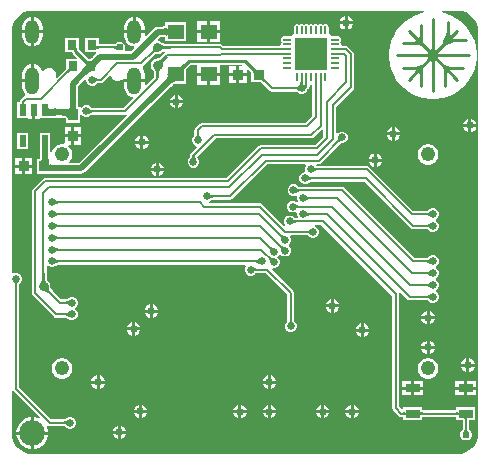
<source format=gtl>
G04*
G04 #@! TF.GenerationSoftware,Altium Limited,Altium Designer,22.0.2 (36)*
G04*
G04 Layer_Physical_Order=1*
G04 Layer_Color=255*
%FSLAX25Y25*%
%MOIN*%
G70*
G04*
G04 #@! TF.SameCoordinates,A8AB103B-E7CB-45E0-896D-D1B8D88E5F6C*
G04*
G04*
G04 #@! TF.FilePolarity,Positive*
G04*
G01*
G75*
%ADD10C,0.01000*%
%ADD16C,0.00800*%
%ADD17R,0.03800X0.03500*%
%ADD18R,0.05000X0.02756*%
%ADD19R,0.05512X0.05118*%
%ADD20R,0.02165X0.03937*%
%ADD21R,0.03150X0.03347*%
%ADD22R,0.03500X0.03800*%
%ADD23O,0.00860X0.02800*%
%ADD24O,0.02800X0.00860*%
%ADD25R,0.10630X0.10630*%
%ADD26C,0.03000*%
%ADD41C,0.02000*%
%ADD42O,0.04720X0.07870*%
%ADD43O,0.04720X0.09060*%
%ADD44C,0.04800*%
%ADD45C,0.08600*%
%ADD46C,0.02500*%
%ADD47C,0.02400*%
%ADD48C,0.03000*%
%ADD49C,0.02600*%
G36*
X456458Y391740D02*
X456465Y391543D01*
X456486Y391351D01*
X456522Y391166D01*
X456571Y390986D01*
X456635Y390813D01*
X456713Y390645D01*
X456805Y390483D01*
X456911Y390327D01*
X457031Y390177D01*
X457165Y390033D01*
X456458Y389325D01*
X456458D01*
D01*
X456314Y389460D01*
X456164Y389580D01*
X456007Y389686D01*
X455845Y389778D01*
X455678Y389856D01*
X455504Y389919D01*
X455325Y389969D01*
X455139Y390004D01*
X454948Y390025D01*
X454751Y390033D01*
X453751Y391033D01*
X453934Y391039D01*
X454083Y391061D01*
X454197Y391096D01*
X454278Y391146D01*
X454324Y391209D01*
X454336Y391287D01*
X454315Y391379D01*
X454258Y391485D01*
X454168Y391605D01*
X454044Y391740D01*
X454751Y392447D01*
X454885Y392322D01*
X455006Y392232D01*
X455112Y392176D01*
X455203Y392154D01*
X455281Y392166D01*
X455345Y392213D01*
X455394Y392293D01*
X455430Y392408D01*
X455451Y392557D01*
X455458Y392740D01*
X455458Y392740D01*
Y392740D01*
X456458Y391740D01*
D02*
G37*
G36*
X465538Y393633D02*
X465554Y393497D01*
X465582Y393365D01*
X465620Y393236D01*
X465670Y393110D01*
X465695Y393058D01*
X465749Y393077D01*
X465873Y393131D01*
X465992Y393195D01*
X466105Y393269D01*
X466213Y393354D01*
X466315Y393448D01*
X467022Y392741D01*
X466928Y392639D01*
X466843Y392531D01*
X466769Y392418D01*
X466705Y392299D01*
X466651Y392175D01*
X466633Y392121D01*
X466684Y392096D01*
X466810Y392046D01*
X466939Y392008D01*
X467071Y391980D01*
X467207Y391964D01*
X467346Y391958D01*
Y390958D01*
X467207Y390953D01*
X467071Y390936D01*
X466939Y390909D01*
X466810Y390870D01*
X466684Y390821D01*
X466561Y390760D01*
X466442Y390689D01*
X466326Y390606D01*
X466213Y390513D01*
X466104Y390408D01*
Y391469D01*
X465032Y391458D01*
X465017Y389958D01*
X464866Y389955D01*
X464720Y389941D01*
X464580Y389917D01*
X464445Y389884D01*
X464315Y389840D01*
X464191Y389786D01*
X464073Y389721D01*
X463959Y389647D01*
X463852Y389563D01*
X463749Y389468D01*
X463042Y390175D01*
X463137Y390278D01*
X463221Y390385D01*
X463296Y390499D01*
X463360Y390617D01*
X463414Y390741D01*
X463458Y390871D01*
X463491Y391006D01*
X463515Y391146D01*
X463529Y391292D01*
X463532Y391443D01*
X465032Y391458D01*
X465043Y392530D01*
X463982D01*
X464087Y392639D01*
X464180Y392752D01*
X464263Y392868D01*
X464334Y392987D01*
X464395Y393110D01*
X464444Y393236D01*
X464483Y393365D01*
X464510Y393497D01*
X464527Y393633D01*
X464532Y393773D01*
X465532D01*
X465538Y393633D01*
D02*
G37*
G36*
X460539Y388482D02*
X460561Y388334D01*
X460596Y388219D01*
X460645Y388139D01*
X460709Y388092D01*
X460787Y388080D01*
X460879Y388102D01*
X460985Y388158D01*
X461105Y388248D01*
X461239Y388372D01*
X461946Y387665D01*
X461822Y387531D01*
X461732Y387411D01*
X461676Y387305D01*
X461654Y387213D01*
X461666Y387135D01*
X461713Y387071D01*
X461793Y387022D01*
X461908Y386986D01*
X462056Y386965D01*
X462239Y386958D01*
Y385958D01*
X462056Y385951D01*
X461908Y385930D01*
X461793Y385895D01*
X461713Y385845D01*
X461666Y385782D01*
X461654Y385704D01*
X461676Y385612D01*
X461732Y385506D01*
X461822Y385385D01*
X461946Y385251D01*
X461239Y384544D01*
X461105Y384668D01*
X460985Y384759D01*
X460879Y384815D01*
X460787Y384837D01*
X460709Y384824D01*
X460645Y384778D01*
X460596Y384698D01*
X460561Y384583D01*
X460539Y384434D01*
X460532Y384251D01*
X459532D01*
X459525Y384434D01*
X459504Y384583D01*
X459469Y384698D01*
X459419Y384778D01*
X459355Y384824D01*
X459278Y384837D01*
X459186Y384815D01*
X459080Y384759D01*
X458959Y384668D01*
X458825Y384544D01*
X458118Y385251D01*
X458242Y385385D01*
X458333Y385506D01*
X458389Y385612D01*
X458411Y385704D01*
X458398Y385782D01*
X458352Y385845D01*
X458272Y385895D01*
X458157Y385930D01*
X458008Y385951D01*
X457825Y385958D01*
Y386958D01*
X458008Y386965D01*
X458157Y386986D01*
X458272Y387022D01*
X458352Y387071D01*
X458398Y387135D01*
X458411Y387213D01*
X458389Y387305D01*
X458333Y387411D01*
X458242Y387531D01*
X458118Y387665D01*
X458825Y388372D01*
X458959Y388248D01*
X459080Y388158D01*
X459186Y388102D01*
X459278Y388080D01*
X459355Y388092D01*
X459419Y388139D01*
X459469Y388219D01*
X459504Y388334D01*
X459525Y388482D01*
X459532Y388665D01*
X460532D01*
X460539Y388482D01*
D02*
G37*
G36*
X463751Y383457D02*
X463901Y383337D01*
X464057Y383231D01*
X464219Y383139D01*
X464387Y383061D01*
X464561Y382997D01*
X464740Y382948D01*
X464925Y382912D01*
X465117Y382891D01*
X465314Y382884D01*
X466314Y381884D01*
X466131Y381877D01*
X465982Y381856D01*
X465867Y381820D01*
X465787Y381771D01*
X465740Y381707D01*
X465728Y381629D01*
X465750Y381538D01*
X465806Y381432D01*
X465896Y381311D01*
X466021Y381177D01*
X465314Y380470D01*
X465179Y380594D01*
X465059Y380684D01*
X464953Y380740D01*
X464861Y380762D01*
X464783Y380750D01*
X464720Y380704D01*
X464670Y380623D01*
X464635Y380509D01*
X464614Y380360D01*
X464607Y380177D01*
X463607Y381177D01*
X463599Y381374D01*
X463578Y381565D01*
X463543Y381751D01*
X463493Y381930D01*
X463430Y382104D01*
X463352Y382272D01*
X463260Y382433D01*
X463154Y382590D01*
X463034Y382740D01*
X462899Y382884D01*
X463607Y383591D01*
X463751Y383457D01*
D02*
G37*
G36*
X457165Y382884D02*
X457031Y382740D01*
X456911Y382590D01*
X456805Y382434D01*
X456713Y382272D01*
X456635Y382104D01*
X456571Y381930D01*
X456522Y381751D01*
X456486Y381565D01*
X456465Y381374D01*
X456458Y381177D01*
X455458Y380177D01*
X455451Y380360D01*
X455430Y380509D01*
X455394Y380623D01*
X455345Y380704D01*
X455281Y380750D01*
X455203Y380762D01*
X455112Y380740D01*
X455006Y380684D01*
X454885Y380594D01*
X454751Y380470D01*
X454044Y381177D01*
X454168Y381311D01*
X454258Y381432D01*
X454315Y381538D01*
X454336Y381629D01*
X454324Y381707D01*
X454278Y381771D01*
X454197Y381820D01*
X454083Y381856D01*
X453934Y381877D01*
X453751Y381884D01*
X454751Y382884D01*
X454948Y382891D01*
X455139Y382912D01*
X455325Y382948D01*
X455504Y382997D01*
X455678Y383061D01*
X455845Y383139D01*
X456007Y383231D01*
X456164Y383337D01*
X456314Y383457D01*
X456458Y383591D01*
X457165Y382884D01*
D02*
G37*
G36*
X469580Y401133D02*
X470876Y400740D01*
X472070Y400102D01*
X473116Y399242D01*
X473976Y398196D01*
X474614Y397002D01*
X475007Y395706D01*
X475139Y394365D01*
X475138Y394358D01*
Y260500D01*
X475139Y260494D01*
X475007Y259153D01*
X474614Y257857D01*
X473976Y256663D01*
X473116Y255616D01*
X472070Y254757D01*
X470876Y254118D01*
X469580Y253725D01*
X468239Y253593D01*
X468232Y253595D01*
X326500D01*
X326494Y253593D01*
X325152Y253725D01*
X323857Y254118D01*
X322662Y254757D01*
X321616Y255616D01*
X320757Y256663D01*
X320118Y257857D01*
X319725Y259153D01*
X319593Y260494D01*
X319595Y260500D01*
Y274523D01*
X320095Y274675D01*
X320207Y274507D01*
X328905Y265809D01*
X328598Y265408D01*
X328546Y265439D01*
X327198Y265800D01*
X327000D01*
Y261000D01*
X331800D01*
Y261198D01*
X331439Y262546D01*
X331340Y262717D01*
X331715Y263068D01*
X331871Y262964D01*
X332300Y262878D01*
X337159D01*
X337171Y262877D01*
X337220Y262866D01*
X337269Y262851D01*
X337318Y262831D01*
X337369Y262805D01*
X337422Y262773D01*
X337478Y262732D01*
X337537Y262683D01*
X337614Y262610D01*
X337666Y262576D01*
X337895Y262347D01*
X338612Y262050D01*
X339388D01*
X340105Y262347D01*
X340653Y262895D01*
X340950Y263612D01*
Y264388D01*
X340653Y265105D01*
X340105Y265653D01*
X339388Y265950D01*
X338612D01*
X337895Y265653D01*
X337666Y265424D01*
X337614Y265390D01*
X337537Y265317D01*
X337478Y265268D01*
X337422Y265227D01*
X337369Y265195D01*
X337318Y265169D01*
X337269Y265149D01*
X337220Y265134D01*
X337171Y265123D01*
X337159Y265122D01*
X332765D01*
X322122Y275765D01*
Y310159D01*
X322123Y310171D01*
X322134Y310220D01*
X322149Y310269D01*
X322169Y310318D01*
X322195Y310369D01*
X322227Y310422D01*
X322268Y310478D01*
X322317Y310537D01*
X322390Y310614D01*
X322424Y310666D01*
X322653Y310895D01*
X322950Y311612D01*
Y312388D01*
X322653Y313105D01*
X322105Y313653D01*
X321388Y313950D01*
X320612D01*
X320095Y313736D01*
X319595Y314006D01*
Y394358D01*
X319593Y394365D01*
X319725Y395706D01*
X320118Y397002D01*
X320757Y398196D01*
X321616Y399242D01*
X322662Y400102D01*
X323857Y400740D01*
X325152Y401133D01*
X326494Y401265D01*
X326500Y401264D01*
X329749D01*
X329749Y401264D01*
X456945Y401264D01*
X457011Y400764D01*
X455329Y400313D01*
X453561Y399581D01*
X451903Y398624D01*
X450385Y397459D01*
X449032Y396105D01*
X447867Y394587D01*
X446910Y392930D01*
X446177Y391161D01*
X445682Y389313D01*
X445432Y387415D01*
Y385501D01*
X445682Y383604D01*
X446177Y381755D01*
X446910Y379987D01*
X447867Y378329D01*
X449032Y376811D01*
X450385Y375458D01*
X451903Y374293D01*
X453561Y373336D01*
X455329Y372603D01*
X457178Y372108D01*
X459075Y371858D01*
X460989D01*
X462887Y372108D01*
X464735Y372603D01*
X466503Y373336D01*
X468161Y374293D01*
X469679Y375458D01*
X471033Y376811D01*
X472198Y378329D01*
X473155Y379987D01*
X473887Y381755D01*
X474382Y383604D01*
X474632Y385501D01*
Y387415D01*
X474382Y389313D01*
X473887Y391161D01*
X473155Y392930D01*
X472198Y394587D01*
X471033Y396105D01*
X469679Y397459D01*
X468161Y398624D01*
X466503Y399581D01*
X464735Y400313D01*
X463054Y400764D01*
X463120Y401264D01*
X468232D01*
X468239Y401265D01*
X469580Y401133D01*
D02*
G37*
G36*
X321785Y311013D02*
X321704Y310917D01*
X321633Y310818D01*
X321571Y310717D01*
X321519Y310614D01*
X321476Y310509D01*
X321443Y310401D01*
X321419Y310292D01*
X321405Y310180D01*
X321400Y310066D01*
X320600D01*
X320595Y310180D01*
X320581Y310292D01*
X320557Y310401D01*
X320524Y310509D01*
X320481Y310614D01*
X320429Y310717D01*
X320367Y310818D01*
X320296Y310917D01*
X320215Y311013D01*
X320125Y311107D01*
X321875D01*
X321785Y311013D01*
D02*
G37*
G36*
X338107Y263125D02*
X338013Y263215D01*
X337917Y263296D01*
X337818Y263367D01*
X337717Y263429D01*
X337614Y263481D01*
X337509Y263524D01*
X337401Y263557D01*
X337292Y263581D01*
X337180Y263595D01*
X337066Y263600D01*
Y264400D01*
X337180Y264405D01*
X337292Y264419D01*
X337401Y264443D01*
X337509Y264476D01*
X337614Y264519D01*
X337717Y264571D01*
X337818Y264633D01*
X337917Y264704D01*
X338013Y264785D01*
X338107Y264875D01*
Y263125D01*
D02*
G37*
%LPC*%
G36*
X431600Y399528D02*
Y397800D01*
X433328D01*
X433007Y398574D01*
X432374Y399207D01*
X431600Y399528D01*
D02*
G37*
G36*
X430600D02*
X429825Y399207D01*
X429192Y398574D01*
X428872Y397800D01*
X430600D01*
Y399528D01*
D02*
G37*
G36*
X433328Y396800D02*
X431600D01*
Y395072D01*
X432374Y395392D01*
X433007Y396025D01*
X433328Y396800D01*
D02*
G37*
G36*
X430600D02*
X428872D01*
X429192Y396025D01*
X429825Y395392D01*
X430600Y395072D01*
Y396800D01*
D02*
G37*
G36*
X361020Y399256D02*
Y394858D01*
X363909D01*
Y395933D01*
X363793Y396810D01*
X363455Y397628D01*
X362916Y398330D01*
X362214Y398868D01*
X361397Y399207D01*
X361020Y399256D01*
D02*
G37*
G36*
X360020D02*
X359643Y399207D01*
X358825Y398868D01*
X358124Y398330D01*
X357585Y397628D01*
X357246Y396810D01*
X357131Y395933D01*
Y394858D01*
X360020D01*
Y399256D01*
D02*
G37*
G36*
X327000D02*
Y394858D01*
X329889D01*
Y395933D01*
X329773Y396810D01*
X329435Y397628D01*
X328896Y398330D01*
X328194Y398868D01*
X327377Y399207D01*
X327000Y399256D01*
D02*
G37*
G36*
X326000D02*
X325623Y399207D01*
X324805Y398868D01*
X324104Y398330D01*
X323565Y397628D01*
X323226Y396810D01*
X323111Y395933D01*
Y394858D01*
X326000D01*
Y399256D01*
D02*
G37*
G36*
X389000Y397887D02*
X385744D01*
Y394828D01*
X389000D01*
Y397887D01*
D02*
G37*
G36*
X384744D02*
X381488D01*
Y394828D01*
X384744D01*
Y397887D01*
D02*
G37*
G36*
X377676Y397587D02*
X370765D01*
Y396289D01*
X370762Y396285D01*
X370735Y396260D01*
X370664Y396217D01*
X370537Y396166D01*
X370352Y396116D01*
X370111Y396076D01*
X369937Y396061D01*
X368328D01*
X367664Y395929D01*
X367102Y395553D01*
X364409Y392860D01*
X363909Y393067D01*
Y393858D01*
X357131D01*
Y392783D01*
X357246Y391906D01*
X357585Y391089D01*
X358124Y390387D01*
X358825Y389848D01*
X359643Y389510D01*
X360269Y389427D01*
X360448Y388899D01*
X359282Y387733D01*
X357574D01*
X357282Y388233D01*
X357474Y388696D01*
Y389452D01*
X357185Y390150D01*
X356650Y390685D01*
X355952Y390974D01*
X355196D01*
X354498Y390685D01*
X354276Y390463D01*
X354224Y390430D01*
X354155Y390364D01*
X354104Y390322D01*
X354056Y390287D01*
X354009Y390260D01*
X353964Y390237D01*
X353919Y390220D01*
X353874Y390206D01*
X353827Y390196D01*
X353819Y390196D01*
X348549D01*
Y392373D01*
X343999D01*
Y387627D01*
X347561D01*
X347641Y387515D01*
X347749Y387127D01*
X346644Y386021D01*
X346266Y385670D01*
X345948Y385415D01*
X345666Y385217D01*
X345590Y385173D01*
X345288D01*
X345236Y385210D01*
X344954Y385450D01*
X342024Y388380D01*
Y388925D01*
X342001Y389043D01*
Y392373D01*
X337451D01*
Y387627D01*
X339626D01*
X339670Y387405D01*
X339936Y387008D01*
X341309Y385635D01*
X341117Y385173D01*
X337851D01*
Y382151D01*
X337832Y382124D01*
X337658Y381918D01*
X334563Y378823D01*
X334139Y379106D01*
X334269Y379421D01*
X334324Y379694D01*
Y380283D01*
X334269Y380556D01*
X334044Y381100D01*
X333889Y381331D01*
X333473Y381748D01*
X333242Y381902D01*
X332698Y382128D01*
X332424Y382182D01*
X331836D01*
X331562Y382128D01*
X331018Y381902D01*
X330787Y381748D01*
X330371Y381331D01*
X330257Y381161D01*
X330078Y381130D01*
X329719Y381207D01*
X329435Y381893D01*
X328896Y382595D01*
X328194Y383133D01*
X327377Y383472D01*
X327000Y383521D01*
Y378028D01*
X326500D01*
Y377528D01*
X323111D01*
Y375858D01*
X323226Y374981D01*
X323565Y374164D01*
X324043Y373540D01*
X324052Y373380D01*
X324032Y373231D01*
X323946Y372953D01*
X323707Y372793D01*
X323707Y372793D01*
X322525Y371611D01*
X322282Y371247D01*
X322196Y370818D01*
X321719Y370787D01*
X321477D01*
Y365450D01*
X324917D01*
Y365150D01*
X326500D01*
Y368118D01*
X327500D01*
Y365150D01*
X329083D01*
Y365450D01*
X331787D01*
X331794Y365448D01*
X331803Y365450D01*
X331811Y365448D01*
X331819Y365450D01*
X332523D01*
Y365624D01*
X333186Y365667D01*
X333294D01*
X333672Y365510D01*
X334448D01*
X334826Y365667D01*
X336721D01*
X336895Y365651D01*
X337135Y365612D01*
X337320Y365562D01*
X337447Y365510D01*
X337519Y365467D01*
X337546Y365442D01*
X337550Y365436D01*
Y363900D01*
X342450D01*
Y366476D01*
X342459Y366481D01*
X342950Y366629D01*
X343392Y366187D01*
X344109Y365890D01*
X344885D01*
X345602Y366187D01*
X345831Y366416D01*
X345883Y366450D01*
X345960Y366523D01*
X346019Y366572D01*
X346075Y366613D01*
X346128Y366645D01*
X346179Y366671D01*
X346228Y366691D01*
X346277Y366706D01*
X346326Y366717D01*
X346338Y366718D01*
X357395D01*
X357395Y366718D01*
X357719Y366783D01*
X357983Y366441D01*
X358014Y366371D01*
X342126Y350483D01*
X339007D01*
X338800Y350983D01*
X339108Y351292D01*
X339563Y352080D01*
X339798Y352959D01*
Y353869D01*
X339563Y354748D01*
X339108Y355536D01*
X338464Y356179D01*
X338428Y356200D01*
X338562Y356700D01*
X339500D01*
Y359100D01*
X337250D01*
Y357159D01*
X336853Y356855D01*
X336797Y356869D01*
X335888D01*
X335009Y356634D01*
X334221Y356179D01*
X333577Y355536D01*
X333122Y354748D01*
X332974Y354193D01*
X332473Y354258D01*
Y355213D01*
X332523D01*
Y355917D01*
X332524Y355925D01*
X332523Y355934D01*
Y360550D01*
X328958D01*
Y355934D01*
X328956Y355925D01*
X328958Y355917D01*
Y355908D01*
X328956Y355900D01*
X328958Y355865D01*
Y355213D01*
X328980D01*
X329007Y354467D01*
Y352778D01*
X328992Y352605D01*
X328952Y352364D01*
X328902Y352180D01*
X328851Y352052D01*
X328807Y351981D01*
X328782Y351954D01*
X328777Y351950D01*
X327900D01*
Y347050D01*
X331083D01*
X331250Y347017D01*
X342845D01*
X343508Y347149D01*
X344070Y347524D01*
X372553Y376007D01*
X372918Y376346D01*
X373228Y376594D01*
X373506Y376787D01*
X373645Y376867D01*
X377676D01*
Y381431D01*
X377678Y381437D01*
X377676Y381446D01*
Y381796D01*
X377707Y381839D01*
X377951Y382126D01*
X379101Y383277D01*
X381488D01*
Y380626D01*
X385244D01*
X389000D01*
Y383277D01*
X396443D01*
X396461Y383250D01*
X396194Y382750D01*
X395500D01*
Y380500D01*
X397900D01*
Y381616D01*
X398362Y381808D01*
X398982Y381188D01*
X399148Y381010D01*
X399264Y380867D01*
X399300Y380815D01*
Y377550D01*
X402555D01*
X402556Y377550D01*
X402556Y377550D01*
X402668D01*
X402742Y377501D01*
X403192Y377122D01*
X405607Y374707D01*
X405971Y374464D01*
X406400Y374378D01*
X406400Y374378D01*
X414419D01*
X414431Y374377D01*
X414480Y374366D01*
X414529Y374351D01*
X414578Y374331D01*
X414629Y374305D01*
X414682Y374273D01*
X414738Y374232D01*
X414797Y374183D01*
X414874Y374110D01*
X414926Y374076D01*
X415155Y373847D01*
X415872Y373550D01*
X416648D01*
X417365Y373847D01*
X417913Y374395D01*
X418200Y375088D01*
X418201Y375089D01*
X418392Y375306D01*
X418623Y375537D01*
X418623Y375537D01*
X418866Y375901D01*
X418952Y376330D01*
X418952Y376330D01*
Y376549D01*
X419410Y376968D01*
X419858Y376547D01*
Y366344D01*
X417535Y364021D01*
X383000D01*
X382571Y363936D01*
X382207Y363693D01*
X382207Y363693D01*
X380854Y362340D01*
X380611Y361976D01*
X380525Y361547D01*
X380525Y361547D01*
Y360046D01*
X380524Y360034D01*
X380513Y359984D01*
X380498Y359936D01*
X380478Y359887D01*
X380452Y359836D01*
X380420Y359782D01*
X380379Y359727D01*
X380330Y359668D01*
X380257Y359591D01*
X380223Y359538D01*
X379994Y359309D01*
X379697Y358593D01*
Y357817D01*
X379994Y357100D01*
X380542Y356552D01*
X381190Y356283D01*
X381406Y355793D01*
X379407Y353793D01*
X379164Y353429D01*
X379078Y353000D01*
X379079Y353000D01*
Y352841D01*
X379077Y352829D01*
X379066Y352780D01*
X379051Y352731D01*
X379031Y352682D01*
X379005Y352631D01*
X378973Y352578D01*
X378932Y352522D01*
X378883Y352463D01*
X378810Y352386D01*
X378776Y352334D01*
X378547Y352105D01*
X378250Y351388D01*
Y350612D01*
X378547Y349895D01*
X379095Y349347D01*
X379812Y349050D01*
X380588D01*
X381305Y349347D01*
X381853Y349895D01*
X382150Y350612D01*
Y351388D01*
X381853Y352105D01*
X381624Y352334D01*
X381590Y352386D01*
X381517Y352463D01*
X381468Y352522D01*
X381427Y352578D01*
X381403Y352617D01*
X387665Y358878D01*
X419500D01*
X419500Y358878D01*
X419929Y358964D01*
X420293Y359207D01*
X422978Y361892D01*
X423478Y361685D01*
Y359265D01*
X420935Y356721D01*
X402700D01*
X402700Y356722D01*
X402271Y356636D01*
X401907Y356393D01*
X391135Y345621D01*
X330800D01*
X330800Y345622D01*
X330371Y345536D01*
X330007Y345293D01*
X330007Y345293D01*
X326607Y341893D01*
X326364Y341529D01*
X326278Y341100D01*
X326278Y341100D01*
Y307200D01*
X326278Y307200D01*
X326364Y306771D01*
X326607Y306407D01*
X333739Y299274D01*
X333739Y299274D01*
X334103Y299031D01*
X334533Y298946D01*
X334533Y298946D01*
X337760D01*
X337772Y298944D01*
X337821Y298934D01*
X337870Y298919D01*
X337919Y298899D01*
X337970Y298873D01*
X338023Y298840D01*
X338079Y298800D01*
X338138Y298751D01*
X338215Y298677D01*
X338267Y298643D01*
X338496Y298414D01*
X339213Y298117D01*
X339989D01*
X340706Y298414D01*
X341254Y298963D01*
X341551Y299680D01*
Y300455D01*
X341254Y301172D01*
X340706Y301721D01*
X340598Y301765D01*
Y302307D01*
X340706Y302351D01*
X341254Y302900D01*
X341551Y303617D01*
Y304392D01*
X341254Y305109D01*
X340706Y305658D01*
X339989Y305954D01*
X339213D01*
X338496Y305658D01*
X338267Y305428D01*
X338215Y305395D01*
X338138Y305321D01*
X338079Y305272D01*
X338023Y305232D01*
X337970Y305199D01*
X337919Y305173D01*
X337870Y305153D01*
X337821Y305138D01*
X337772Y305128D01*
X337760Y305126D01*
X336160D01*
X333755Y307531D01*
X333471Y307840D01*
X332960Y308457D01*
X332775Y308715D01*
X332628Y308950D01*
X332522Y309152D01*
X332455Y309315D01*
X332440Y309372D01*
X332471Y309528D01*
X332300Y310386D01*
X331814Y311114D01*
X331674Y311207D01*
X331663Y311226D01*
X331595Y311388D01*
X331528Y311605D01*
X331466Y311876D01*
X331415Y312182D01*
X331322Y313432D01*
Y316082D01*
X331821Y316289D01*
X331980Y316131D01*
X332697Y315834D01*
X333472D01*
X334189Y316131D01*
X334418Y316360D01*
X334471Y316394D01*
X334548Y316467D01*
X334607Y316516D01*
X334663Y316557D01*
X334716Y316589D01*
X334767Y316615D01*
X334816Y316635D01*
X334865Y316650D01*
X334914Y316661D01*
X334926Y316663D01*
X397446D01*
X397653Y316162D01*
X397579Y316089D01*
X397282Y315372D01*
Y314596D01*
X397579Y313879D01*
X398128Y313331D01*
X398844Y313034D01*
X399620D01*
X400337Y313331D01*
X400566Y313560D01*
X400619Y313594D01*
X400696Y313667D01*
X400754Y313716D01*
X400810Y313757D01*
X400863Y313789D01*
X400914Y313815D01*
X400964Y313835D01*
X401012Y313850D01*
X401061Y313861D01*
X401074Y313862D01*
X404352D01*
X411511Y306703D01*
Y297967D01*
X411509Y297955D01*
X411498Y297906D01*
X411483Y297857D01*
X411463Y297808D01*
X411438Y297757D01*
X411405Y297704D01*
X411365Y297648D01*
X411316Y297589D01*
X411242Y297512D01*
X411208Y297460D01*
X410979Y297231D01*
X410682Y296514D01*
Y295738D01*
X410979Y295021D01*
X411528Y294473D01*
X412244Y294176D01*
X413020D01*
X413737Y294473D01*
X414285Y295021D01*
X414582Y295738D01*
Y296514D01*
X414285Y297231D01*
X414056Y297460D01*
X414023Y297512D01*
X413949Y297589D01*
X413900Y297648D01*
X413860Y297704D01*
X413827Y297757D01*
X413801Y297808D01*
X413781Y297857D01*
X413766Y297906D01*
X413755Y297955D01*
X413754Y297967D01*
Y307168D01*
X413754Y307168D01*
X413668Y307597D01*
X413425Y307961D01*
X413425Y307961D01*
X406262Y315124D01*
X406545Y315548D01*
X406644Y315507D01*
X407420D01*
X408137Y315804D01*
X408685Y316352D01*
X408982Y317069D01*
Y317845D01*
X408685Y318562D01*
X408312Y318935D01*
X408192Y319257D01*
X408312Y319579D01*
X408685Y319952D01*
X408694Y319974D01*
X409271Y320060D01*
X409628Y319704D01*
X410344Y319407D01*
X411120D01*
X411837Y319704D01*
X412385Y320252D01*
X412682Y320969D01*
Y321745D01*
X412385Y322462D01*
X412012Y322835D01*
X411892Y323157D01*
X412012Y323479D01*
X412385Y323852D01*
X412682Y324569D01*
Y325345D01*
X412428Y325959D01*
X412641Y326459D01*
X418204D01*
X418216Y326457D01*
X418265Y326447D01*
X418314Y326432D01*
X418363Y326412D01*
X418414Y326386D01*
X418467Y326353D01*
X418523Y326313D01*
X418582Y326264D01*
X418659Y326190D01*
X418712Y326156D01*
X418941Y325927D01*
X419657Y325630D01*
X420433D01*
X421150Y325927D01*
X421698Y326476D01*
X421995Y327192D01*
Y327968D01*
X421698Y328685D01*
X421150Y329234D01*
X420559Y329479D01*
X420658Y329978D01*
X422835D01*
X446478Y306335D01*
Y268900D01*
X446478Y268900D01*
X446564Y268471D01*
X446807Y268107D01*
X448671Y266243D01*
X448671Y266243D01*
X449035Y266000D01*
X449464Y265914D01*
X450083D01*
Y264958D01*
X456483D01*
Y265914D01*
X467800D01*
Y264957D01*
X469878D01*
Y261755D01*
X469877Y261747D01*
X469868Y261700D01*
X469854Y261655D01*
X469837Y261610D01*
X469814Y261565D01*
X469786Y261518D01*
X469752Y261470D01*
X469710Y261419D01*
X469644Y261350D01*
X469611Y261297D01*
X469389Y261076D01*
X469100Y260378D01*
Y259622D01*
X469389Y258924D01*
X469924Y258389D01*
X470622Y258100D01*
X471378D01*
X472076Y258389D01*
X472611Y258924D01*
X472900Y259622D01*
Y260378D01*
X472611Y261076D01*
X472389Y261297D01*
X472356Y261350D01*
X472290Y261419D01*
X472248Y261470D01*
X472213Y261518D01*
X472186Y261565D01*
X472163Y261610D01*
X472146Y261655D01*
X472132Y261700D01*
X472122Y261747D01*
X472121Y261755D01*
Y264957D01*
X474200D01*
Y269113D01*
X467800D01*
Y268157D01*
X456483D01*
Y269114D01*
X450083D01*
Y268710D01*
X449583Y268503D01*
X448722Y269365D01*
Y306800D01*
X448722Y306800D01*
X448636Y307229D01*
X448553Y307354D01*
X448941Y307673D01*
X451435Y305179D01*
X451435Y305179D01*
X451799Y304936D01*
X452228Y304851D01*
X452228Y304851D01*
X458091D01*
X458103Y304849D01*
X458152Y304838D01*
X458201Y304823D01*
X458250Y304803D01*
X458301Y304777D01*
X458354Y304745D01*
X458410Y304704D01*
X458469Y304655D01*
X458546Y304582D01*
X458599Y304548D01*
X458828Y304319D01*
X459544Y304022D01*
X460320D01*
X461037Y304319D01*
X461585Y304868D01*
X461882Y305584D01*
Y306360D01*
X461585Y307077D01*
X461037Y307625D01*
X460929Y307670D01*
Y308211D01*
X461037Y308256D01*
X461585Y308804D01*
X461882Y309521D01*
Y310297D01*
X461585Y311014D01*
X461037Y311562D01*
X460929Y311607D01*
Y312148D01*
X461037Y312193D01*
X461585Y312741D01*
X461882Y313458D01*
Y314234D01*
X461585Y314951D01*
X461037Y315499D01*
X460929Y315544D01*
Y316085D01*
X461037Y316130D01*
X461585Y316679D01*
X461882Y317395D01*
Y318171D01*
X461585Y318888D01*
X461037Y319436D01*
X460320Y319733D01*
X459544D01*
X458828Y319436D01*
X458599Y319207D01*
X458546Y319174D01*
X458469Y319100D01*
X458410Y319051D01*
X458354Y319010D01*
X458301Y318978D01*
X458250Y318952D01*
X458201Y318932D01*
X458152Y318917D01*
X458103Y318906D01*
X458091Y318905D01*
X453981D01*
X430590Y342296D01*
X430226Y342539D01*
X429797Y342624D01*
X429797Y342624D01*
X415373D01*
X415361Y342626D01*
X415312Y342636D01*
X415264Y342652D01*
X415214Y342672D01*
X415163Y342697D01*
X415110Y342730D01*
X415054Y342770D01*
X414996Y342819D01*
X414919Y342893D01*
X414866Y342927D01*
X414637Y343156D01*
X413920Y343453D01*
X413144D01*
X412428Y343156D01*
X411879Y342607D01*
X411582Y341891D01*
Y341115D01*
X411879Y340398D01*
X412428Y339850D01*
X413144Y339553D01*
X413920D01*
X414462Y339777D01*
X414851Y339410D01*
X414782Y339245D01*
Y338469D01*
X414999Y337945D01*
X414940Y337766D01*
X414739Y337492D01*
X414700Y337462D01*
X414584Y337463D01*
X414354Y337692D01*
X413638Y337989D01*
X412862D01*
X412145Y337692D01*
X411597Y337144D01*
X411300Y336427D01*
Y335651D01*
X411597Y334935D01*
X412145Y334386D01*
X412862Y334089D01*
X413638D01*
X414354Y334386D01*
X414459Y334370D01*
X414782Y333845D01*
Y333069D01*
X414926Y332722D01*
X414592Y332222D01*
X414141D01*
X414129Y332223D01*
X414080Y332234D01*
X414031Y332249D01*
X413982Y332269D01*
X413931Y332295D01*
X413878Y332327D01*
X413822Y332368D01*
X413763Y332417D01*
X413686Y332490D01*
X413634Y332524D01*
X413405Y332753D01*
X412688Y333050D01*
X411912D01*
X411195Y332753D01*
X410647Y332205D01*
X410350Y331488D01*
Y330712D01*
X410647Y329995D01*
X410257Y329729D01*
X403143Y336843D01*
X402779Y337086D01*
X402350Y337172D01*
X402350Y337172D01*
X385542D01*
X385442Y337671D01*
X385712Y337784D01*
X385942Y338013D01*
X385994Y338046D01*
X386071Y338120D01*
X386130Y338169D01*
X386186Y338209D01*
X386239Y338242D01*
X386290Y338268D01*
X386339Y338288D01*
X386388Y338303D01*
X386437Y338314D01*
X386449Y338315D01*
X392433D01*
X392433Y338315D01*
X392862Y338401D01*
X393226Y338644D01*
X404761Y350179D01*
X417489D01*
X417696Y349678D01*
X417579Y349562D01*
X417282Y348845D01*
Y348069D01*
X417386Y347818D01*
X417151Y347466D01*
X417021Y347393D01*
X416328Y347106D01*
X415779Y346557D01*
X415482Y345841D01*
Y345065D01*
X415779Y344348D01*
X416328Y343800D01*
X417044Y343503D01*
X417820D01*
X418537Y343800D01*
X418766Y344029D01*
X418819Y344062D01*
X418896Y344136D01*
X418954Y344185D01*
X419010Y344226D01*
X419063Y344258D01*
X419114Y344284D01*
X419164Y344304D01*
X419212Y344319D01*
X419261Y344330D01*
X419273Y344331D01*
X437083D01*
X452613Y328801D01*
X452613Y328801D01*
X452977Y328558D01*
X453406Y328473D01*
X458091D01*
X458103Y328471D01*
X458152Y328460D01*
X458201Y328445D01*
X458250Y328425D01*
X458301Y328399D01*
X458354Y328367D01*
X458410Y328327D01*
X458469Y328277D01*
X458546Y328204D01*
X458599Y328170D01*
X458828Y327941D01*
X459544Y327644D01*
X460320D01*
X461037Y327941D01*
X461585Y328490D01*
X461882Y329206D01*
Y329982D01*
X461585Y330699D01*
X461037Y331247D01*
X460929Y331292D01*
Y331833D01*
X461037Y331878D01*
X461585Y332427D01*
X461882Y333143D01*
Y333919D01*
X461585Y334636D01*
X461037Y335184D01*
X460320Y335481D01*
X459544D01*
X458828Y335184D01*
X458599Y334955D01*
X458546Y334922D01*
X458469Y334848D01*
X458410Y334799D01*
X458354Y334758D01*
X458301Y334726D01*
X458250Y334700D01*
X458201Y334680D01*
X458152Y334665D01*
X458103Y334654D01*
X458091Y334653D01*
X453433D01*
X438836Y349250D01*
X438472Y349493D01*
X438043Y349578D01*
X438043Y349578D01*
X421273D01*
X421127Y349678D01*
X421126Y349811D01*
X421348Y350174D01*
X421355Y350179D01*
X421926D01*
X421926Y350178D01*
X422355Y350264D01*
X422719Y350507D01*
X429191Y356979D01*
X429201Y356986D01*
X429243Y357014D01*
X429288Y357037D01*
X429337Y357058D01*
X429391Y357076D01*
X429452Y357090D01*
X429520Y357101D01*
X429596Y357108D01*
X429703Y357111D01*
X429764Y357124D01*
X430088D01*
X430805Y357421D01*
X431353Y357969D01*
X431650Y358686D01*
Y359462D01*
X431353Y360179D01*
X430805Y360727D01*
X430088Y361024D01*
X429312D01*
X428595Y360727D01*
X428322Y360453D01*
X427822Y360660D01*
Y369335D01*
X433493Y375007D01*
X433493Y375007D01*
X433736Y375371D01*
X433822Y375800D01*
X433822Y375800D01*
Y386900D01*
X433736Y387329D01*
X433493Y387693D01*
X433493Y387693D01*
X431813Y389373D01*
X431449Y389616D01*
X431020Y389702D01*
X431020Y389702D01*
X429863D01*
X429442Y390150D01*
X429354Y390591D01*
X429124Y390935D01*
X429354Y391279D01*
X429442Y391720D01*
X429354Y392161D01*
X429105Y392535D01*
X428731Y392784D01*
X428290Y392872D01*
X426350D01*
X426225Y392847D01*
X425725Y393217D01*
Y393315D01*
X425627D01*
X425257Y393815D01*
X425282Y393940D01*
Y395880D01*
X425194Y396321D01*
X424945Y396695D01*
X424571Y396944D01*
X424130Y397032D01*
X423689Y396944D01*
X423345Y396714D01*
X423001Y396944D01*
X422560Y397032D01*
X422119Y396944D01*
X421770Y396711D01*
X421421Y396944D01*
X420980Y397032D01*
X420539Y396944D01*
X420195Y396714D01*
X419851Y396944D01*
X419410Y397032D01*
X418969Y396944D01*
X418620Y396711D01*
X418271Y396944D01*
X417830Y397032D01*
X417389Y396944D01*
X417045Y396714D01*
X416701Y396944D01*
X416260Y397032D01*
X415819Y396944D01*
X415475Y396714D01*
X415131Y396944D01*
X414690Y397032D01*
X414249Y396944D01*
X413875Y396695D01*
X413625Y396321D01*
X413538Y395880D01*
Y393940D01*
X413563Y393815D01*
X413193Y393315D01*
X413095D01*
Y393217D01*
X412595Y392847D01*
X412470Y392872D01*
X410530D01*
X410089Y392784D01*
X409715Y392535D01*
X409466Y392161D01*
X409378Y391720D01*
X409466Y391279D01*
X409695Y390935D01*
X409466Y390591D01*
X409378Y390150D01*
X408957Y389702D01*
X390012D01*
X389793Y389920D01*
X389429Y390163D01*
X389000Y390249D01*
X389000Y390249D01*
X372044D01*
X371625Y390266D01*
X370827Y390341D01*
X370513Y390393D01*
X370243Y390455D01*
X370026Y390523D01*
X369864Y390591D01*
X369770Y390645D01*
X369724Y390713D01*
X368996Y391200D01*
X368464Y391305D01*
X368299Y391848D01*
X369046Y392594D01*
X369937D01*
X370111Y392579D01*
X370352Y392539D01*
X370537Y392490D01*
X370664Y392438D01*
X370735Y392395D01*
X370762Y392370D01*
X370765Y392366D01*
Y391069D01*
X377676D01*
Y397587D01*
D02*
G37*
G36*
X389000Y393828D02*
X385744D01*
Y390769D01*
X389000D01*
Y393828D01*
D02*
G37*
G36*
X384744D02*
X381488D01*
Y390769D01*
X384744D01*
Y393828D01*
D02*
G37*
G36*
X329889Y393858D02*
X327000D01*
Y389460D01*
X327377Y389510D01*
X328194Y389848D01*
X328896Y390387D01*
X329435Y391089D01*
X329773Y391906D01*
X329889Y392783D01*
Y393858D01*
D02*
G37*
G36*
X326000D02*
X323111D01*
Y392783D01*
X323226Y391906D01*
X323565Y391089D01*
X324104Y390387D01*
X324805Y389848D01*
X325623Y389510D01*
X326000Y389460D01*
Y393858D01*
D02*
G37*
G36*
X394500Y382750D02*
X392100D01*
Y380500D01*
X394500D01*
Y382750D01*
D02*
G37*
G36*
X326000Y383521D02*
X325623Y383472D01*
X324805Y383133D01*
X324104Y382595D01*
X323565Y381893D01*
X323226Y381075D01*
X323111Y380198D01*
Y378528D01*
X326000D01*
Y383521D01*
D02*
G37*
G36*
X397900Y379500D02*
X395500D01*
Y377250D01*
X397900D01*
Y379500D01*
D02*
G37*
G36*
X394500D02*
X392100D01*
Y377250D01*
X394500D01*
Y379500D01*
D02*
G37*
G36*
X389000Y379626D02*
X385744D01*
Y376567D01*
X389000D01*
Y379626D01*
D02*
G37*
G36*
X384744D02*
X381488D01*
Y376567D01*
X384744D01*
Y379626D01*
D02*
G37*
G36*
X375000Y373228D02*
Y371500D01*
X376728D01*
X376408Y372274D01*
X375775Y372907D01*
X375000Y373228D01*
D02*
G37*
G36*
X374000D02*
X373225Y372907D01*
X372592Y372274D01*
X372272Y371500D01*
X374000D01*
Y373228D01*
D02*
G37*
G36*
X376728Y370500D02*
X375000D01*
Y368772D01*
X375775Y369092D01*
X376408Y369725D01*
X376728Y370500D01*
D02*
G37*
G36*
X374000D02*
X372272D01*
X372592Y369725D01*
X373225Y369092D01*
X374000Y368772D01*
Y370500D01*
D02*
G37*
G36*
X472800Y365328D02*
Y363600D01*
X474528D01*
X474207Y364374D01*
X473574Y365007D01*
X472800Y365328D01*
D02*
G37*
G36*
X471800D02*
X471026Y365007D01*
X470393Y364374D01*
X470072Y363600D01*
X471800D01*
Y365328D01*
D02*
G37*
G36*
X474528Y362600D02*
X472800D01*
Y360872D01*
X473574Y361192D01*
X474207Y361825D01*
X474528Y362600D01*
D02*
G37*
G36*
X471800D02*
X470072D01*
X470393Y361825D01*
X471026Y361192D01*
X471800Y360872D01*
Y362600D01*
D02*
G37*
G36*
X447350Y362464D02*
Y360736D01*
X449079D01*
X448758Y361511D01*
X448125Y362144D01*
X447350Y362464D01*
D02*
G37*
G36*
X446350D02*
X445576Y362144D01*
X444943Y361511D01*
X444622Y360736D01*
X446350D01*
Y362464D01*
D02*
G37*
G36*
X342750Y362500D02*
X340500D01*
Y360100D01*
X342750D01*
Y362500D01*
D02*
G37*
G36*
X339500D02*
X337250D01*
Y360100D01*
X339500D01*
Y362500D01*
D02*
G37*
G36*
X449079Y359736D02*
X447350D01*
Y358008D01*
X448125Y358329D01*
X448758Y358962D01*
X449079Y359736D01*
D02*
G37*
G36*
X446350D02*
X444622D01*
X444943Y358962D01*
X445576Y358329D01*
X446350Y358008D01*
Y359736D01*
D02*
G37*
G36*
X363500Y359728D02*
Y358000D01*
X365228D01*
X364908Y358774D01*
X364275Y359407D01*
X363500Y359728D01*
D02*
G37*
G36*
X362500D02*
X361725Y359407D01*
X361092Y358774D01*
X360772Y358000D01*
X362500D01*
Y359728D01*
D02*
G37*
G36*
X342750Y359100D02*
X340500D01*
Y356700D01*
X342750D01*
Y359100D01*
D02*
G37*
G36*
X365228Y357000D02*
X363500D01*
Y355272D01*
X364275Y355592D01*
X364908Y356225D01*
X365228Y357000D01*
D02*
G37*
G36*
X362500D02*
X360772D01*
X361092Y356225D01*
X361725Y355592D01*
X362500Y355272D01*
Y357000D01*
D02*
G37*
G36*
X325043Y360550D02*
X321477D01*
Y355213D01*
X325043D01*
Y360550D01*
D02*
G37*
G36*
X441300Y353728D02*
Y352000D01*
X443028D01*
X442707Y352775D01*
X442074Y353408D01*
X441300Y353728D01*
D02*
G37*
G36*
X440300D02*
X439526Y353408D01*
X438893Y352775D01*
X438572Y352000D01*
X440300D01*
Y353728D01*
D02*
G37*
G36*
X326500Y352250D02*
X324100D01*
Y350000D01*
X326500D01*
Y352250D01*
D02*
G37*
G36*
X323100D02*
X320700D01*
Y350000D01*
X323100D01*
Y352250D01*
D02*
G37*
G36*
X458845Y356869D02*
X457935D01*
X457056Y356634D01*
X456268Y356179D01*
X455624Y355536D01*
X455169Y354748D01*
X454934Y353869D01*
Y352959D01*
X455169Y352080D01*
X455624Y351292D01*
X456268Y350648D01*
X457056Y350193D01*
X457935Y349958D01*
X458845D01*
X459724Y350193D01*
X460512Y350648D01*
X461155Y351292D01*
X461610Y352080D01*
X461846Y352959D01*
Y353869D01*
X461610Y354748D01*
X461155Y355536D01*
X460512Y356179D01*
X459724Y356634D01*
X458845Y356869D01*
D02*
G37*
G36*
X443028Y351000D02*
X441300D01*
Y349272D01*
X442074Y349592D01*
X442707Y350225D01*
X443028Y351000D01*
D02*
G37*
G36*
X440300D02*
X438572D01*
X438893Y350225D01*
X439526Y349592D01*
X440300Y349272D01*
Y351000D01*
D02*
G37*
G36*
X368610Y350654D02*
Y348925D01*
X370339D01*
X370018Y349700D01*
X369385Y350333D01*
X368610Y350654D01*
D02*
G37*
G36*
X367610D02*
X366836Y350333D01*
X366203Y349700D01*
X365882Y348925D01*
X367610D01*
Y350654D01*
D02*
G37*
G36*
X326500Y349000D02*
X324100D01*
Y346750D01*
X326500D01*
Y349000D01*
D02*
G37*
G36*
X323100D02*
X320700D01*
Y346750D01*
X323100D01*
Y349000D01*
D02*
G37*
G36*
X370339Y347925D02*
X368610D01*
Y346197D01*
X369385Y346518D01*
X370018Y347151D01*
X370339Y347925D01*
D02*
G37*
G36*
X367610D02*
X365882D01*
X366203Y347151D01*
X366836Y346518D01*
X367610Y346197D01*
Y347925D01*
D02*
G37*
G36*
X427000Y305128D02*
Y303400D01*
X428728D01*
X428407Y304174D01*
X427774Y304807D01*
X427000Y305128D01*
D02*
G37*
G36*
X426000D02*
X425225Y304807D01*
X424592Y304174D01*
X424272Y303400D01*
X426000D01*
Y305128D01*
D02*
G37*
G36*
X366642Y303409D02*
Y301681D01*
X368370D01*
X368049Y302456D01*
X367416Y303089D01*
X366642Y303409D01*
D02*
G37*
G36*
X365642D02*
X364867Y303089D01*
X364234Y302456D01*
X363913Y301681D01*
X365642D01*
Y303409D01*
D02*
G37*
G36*
X428728Y302400D02*
X427000D01*
Y300672D01*
X427774Y300992D01*
X428407Y301625D01*
X428728Y302400D01*
D02*
G37*
G36*
X426000D02*
X424272D01*
X424592Y301625D01*
X425225Y300992D01*
X426000Y300672D01*
Y302400D01*
D02*
G37*
G36*
X458890Y301224D02*
Y299496D01*
X460618D01*
X460297Y300271D01*
X459664Y300904D01*
X458890Y301224D01*
D02*
G37*
G36*
X457890D02*
X457115Y300904D01*
X456482Y300271D01*
X456161Y299496D01*
X457890D01*
Y301224D01*
D02*
G37*
G36*
X368370Y300681D02*
X366642D01*
Y298953D01*
X367416Y299274D01*
X368049Y299907D01*
X368370Y300681D01*
D02*
G37*
G36*
X365642D02*
X363913D01*
X364234Y299907D01*
X364867Y299274D01*
X365642Y298953D01*
Y300681D01*
D02*
G37*
G36*
X460618Y298496D02*
X458890D01*
Y296768D01*
X459664Y297089D01*
X460297Y297722D01*
X460618Y298496D01*
D02*
G37*
G36*
X457890D02*
X456161D01*
X456482Y297722D01*
X457115Y297089D01*
X457890Y296768D01*
Y298496D01*
D02*
G37*
G36*
X360736Y297504D02*
Y295776D01*
X362464D01*
X362144Y296550D01*
X361511Y297183D01*
X360736Y297504D01*
D02*
G37*
G36*
X359736D02*
X358962Y297183D01*
X358329Y296550D01*
X358008Y295776D01*
X359736D01*
Y297504D01*
D02*
G37*
G36*
X437000Y297102D02*
Y295374D01*
X438728D01*
X438407Y296148D01*
X437775Y296781D01*
X437000Y297102D01*
D02*
G37*
G36*
X436000D02*
X435225Y296781D01*
X434592Y296148D01*
X434272Y295374D01*
X436000D01*
Y297102D01*
D02*
G37*
G36*
X362464Y294776D02*
X360736D01*
Y293047D01*
X361511Y293368D01*
X362144Y294001D01*
X362464Y294776D01*
D02*
G37*
G36*
X359736D02*
X358008D01*
X358329Y294001D01*
X358962Y293368D01*
X359736Y293047D01*
Y294776D01*
D02*
G37*
G36*
X438728Y294374D02*
X437000D01*
Y292646D01*
X437775Y292967D01*
X438407Y293600D01*
X438728Y294374D01*
D02*
G37*
G36*
X436000D02*
X434272D01*
X434592Y293600D01*
X435225Y292967D01*
X436000Y292646D01*
Y294374D01*
D02*
G37*
G36*
X458890Y291382D02*
Y289653D01*
X460618D01*
X460297Y290428D01*
X459664Y291061D01*
X458890Y291382D01*
D02*
G37*
G36*
X457890D02*
X457115Y291061D01*
X456482Y290428D01*
X456161Y289653D01*
X457890D01*
Y291382D01*
D02*
G37*
G36*
X460618Y288653D02*
X458890D01*
Y286925D01*
X459664Y287246D01*
X460297Y287879D01*
X460618Y288653D01*
D02*
G37*
G36*
X457890D02*
X456161D01*
X456482Y287879D01*
X457115Y287246D01*
X457890Y286925D01*
Y288653D01*
D02*
G37*
G36*
X472200Y285428D02*
Y283700D01*
X473928D01*
X473607Y284474D01*
X472974Y285107D01*
X472200Y285428D01*
D02*
G37*
G36*
X471200D02*
X470426Y285107D01*
X469793Y284474D01*
X469472Y283700D01*
X471200D01*
Y285428D01*
D02*
G37*
G36*
X473928Y282700D02*
X472200D01*
Y280972D01*
X472974Y281293D01*
X473607Y281926D01*
X473928Y282700D01*
D02*
G37*
G36*
X471200D02*
X469472D01*
X469793Y281926D01*
X470426Y281293D01*
X471200Y280972D01*
Y282700D01*
D02*
G37*
G36*
X458845Y285609D02*
X457935D01*
X457056Y285374D01*
X456268Y284919D01*
X455624Y284276D01*
X455169Y283488D01*
X454934Y282609D01*
Y281699D01*
X455169Y280820D01*
X455624Y280032D01*
X456268Y279388D01*
X457056Y278933D01*
X457935Y278698D01*
X458845D01*
X459724Y278933D01*
X460512Y279388D01*
X461155Y280032D01*
X461610Y280820D01*
X461846Y281699D01*
Y282609D01*
X461610Y283488D01*
X461155Y284276D01*
X460512Y284919D01*
X459724Y285374D01*
X458845Y285609D01*
D02*
G37*
G36*
X336797D02*
X335888D01*
X335009Y285374D01*
X334221Y284919D01*
X333577Y284276D01*
X333122Y283488D01*
X332887Y282609D01*
Y281699D01*
X333122Y280820D01*
X333577Y280032D01*
X334221Y279388D01*
X335009Y278933D01*
X335888Y278698D01*
X336797D01*
X337677Y278933D01*
X338464Y279388D01*
X339108Y280032D01*
X339563Y280820D01*
X339798Y281699D01*
Y282609D01*
X339563Y283488D01*
X339108Y284276D01*
X338464Y284919D01*
X337677Y285374D01*
X336797Y285609D01*
D02*
G37*
G36*
X406012Y279787D02*
Y278059D01*
X407740D01*
X407419Y278834D01*
X406786Y279467D01*
X406012Y279787D01*
D02*
G37*
G36*
X405012D02*
X404237Y279467D01*
X403604Y278834D01*
X403284Y278059D01*
X405012D01*
Y279787D01*
D02*
G37*
G36*
X348925D02*
Y278059D01*
X350654D01*
X350333Y278834D01*
X349700Y279467D01*
X348925Y279787D01*
D02*
G37*
G36*
X347925D02*
X347151Y279467D01*
X346518Y278834D01*
X346197Y278059D01*
X347925D01*
Y279787D01*
D02*
G37*
G36*
X456783Y277878D02*
X453783D01*
Y276000D01*
X456783D01*
Y277878D01*
D02*
G37*
G36*
X452783D02*
X449783D01*
Y276000D01*
X452783D01*
Y277878D01*
D02*
G37*
G36*
X474500Y277878D02*
X471500D01*
Y276000D01*
X474500D01*
Y277878D01*
D02*
G37*
G36*
X470500D02*
X467500D01*
Y276000D01*
X470500D01*
Y277878D01*
D02*
G37*
G36*
X407740Y277059D02*
X406012D01*
Y275331D01*
X406786Y275652D01*
X407419Y276285D01*
X407740Y277059D01*
D02*
G37*
G36*
X405012D02*
X403284D01*
X403604Y276285D01*
X404237Y275652D01*
X405012Y275331D01*
Y277059D01*
D02*
G37*
G36*
X350654D02*
X348925D01*
Y275331D01*
X349700Y275652D01*
X350333Y276285D01*
X350654Y277059D01*
D02*
G37*
G36*
X347925D02*
X346197D01*
X346518Y276285D01*
X347151Y275652D01*
X347925Y275331D01*
Y277059D01*
D02*
G37*
G36*
X456783Y275000D02*
X453783D01*
Y273122D01*
X456783D01*
Y275000D01*
D02*
G37*
G36*
X452783D02*
X449783D01*
Y273122D01*
X452783D01*
Y275000D01*
D02*
G37*
G36*
X474500Y275000D02*
X471500D01*
Y273122D01*
X474500D01*
Y275000D01*
D02*
G37*
G36*
X470500D02*
X467500D01*
Y273122D01*
X470500D01*
Y275000D01*
D02*
G37*
G36*
X362960Y269988D02*
Y268260D01*
X364688D01*
X364367Y269034D01*
X363734Y269667D01*
X362960Y269988D01*
D02*
G37*
G36*
X361960D02*
X361185Y269667D01*
X360552Y269034D01*
X360231Y268260D01*
X361960D01*
Y269988D01*
D02*
G37*
G36*
X433571Y269945D02*
Y268216D01*
X435299D01*
X434978Y268991D01*
X434345Y269624D01*
X433571Y269945D01*
D02*
G37*
G36*
X432571D02*
X431796Y269624D01*
X431163Y268991D01*
X430843Y268216D01*
X432571D01*
Y269945D01*
D02*
G37*
G36*
X423728D02*
Y268216D01*
X425457D01*
X425136Y268991D01*
X424503Y269624D01*
X423728Y269945D01*
D02*
G37*
G36*
X422728D02*
X421954Y269624D01*
X421321Y268991D01*
X421000Y268216D01*
X422728D01*
Y269945D01*
D02*
G37*
G36*
X406012D02*
Y268216D01*
X407740D01*
X407419Y268991D01*
X406786Y269624D01*
X406012Y269945D01*
D02*
G37*
G36*
X405012D02*
X404237Y269624D01*
X403604Y268991D01*
X403284Y268216D01*
X405012D01*
Y269945D01*
D02*
G37*
G36*
X396169D02*
Y268216D01*
X397898D01*
X397577Y268991D01*
X396944Y269624D01*
X396169Y269945D01*
D02*
G37*
G36*
X395169D02*
X394395Y269624D01*
X393762Y268991D01*
X393441Y268216D01*
X395169D01*
Y269945D01*
D02*
G37*
G36*
X364688Y267260D02*
X362960D01*
Y265531D01*
X363734Y265852D01*
X364367Y266485D01*
X364688Y267260D01*
D02*
G37*
G36*
X361960D02*
X360231D01*
X360552Y266485D01*
X361185Y265852D01*
X361960Y265531D01*
Y267260D01*
D02*
G37*
G36*
X435299Y267216D02*
X433571D01*
Y265488D01*
X434345Y265809D01*
X434978Y266442D01*
X435299Y267216D01*
D02*
G37*
G36*
X432571D02*
X430843D01*
X431163Y266442D01*
X431796Y265809D01*
X432571Y265488D01*
Y267216D01*
D02*
G37*
G36*
X425457D02*
X423728D01*
Y265488D01*
X424503Y265809D01*
X425136Y266442D01*
X425457Y267216D01*
D02*
G37*
G36*
X422728D02*
X421000D01*
X421321Y266442D01*
X421954Y265809D01*
X422728Y265488D01*
Y267216D01*
D02*
G37*
G36*
X407740D02*
X406012D01*
Y265488D01*
X406786Y265809D01*
X407419Y266442D01*
X407740Y267216D01*
D02*
G37*
G36*
X405012D02*
X403284D01*
X403604Y266442D01*
X404237Y265809D01*
X405012Y265488D01*
Y267216D01*
D02*
G37*
G36*
X397898D02*
X396169D01*
Y265488D01*
X396944Y265809D01*
X397577Y266442D01*
X397898Y267216D01*
D02*
G37*
G36*
X395169D02*
X393441D01*
X393762Y266442D01*
X394395Y265809D01*
X395169Y265488D01*
Y267216D01*
D02*
G37*
G36*
X356000Y263028D02*
Y261300D01*
X357728D01*
X357407Y262074D01*
X356774Y262707D01*
X356000Y263028D01*
D02*
G37*
G36*
X355000D02*
X354225Y262707D01*
X353592Y262074D01*
X353272Y261300D01*
X355000D01*
Y263028D01*
D02*
G37*
G36*
X326000Y265800D02*
X325802D01*
X324454Y265439D01*
X323246Y264741D01*
X322259Y263754D01*
X321561Y262546D01*
X321200Y261198D01*
Y261000D01*
X326000D01*
Y265800D01*
D02*
G37*
G36*
X357728Y260300D02*
X356000D01*
Y258572D01*
X356774Y258892D01*
X357407Y259525D01*
X357728Y260300D01*
D02*
G37*
G36*
X355000D02*
X353272D01*
X353592Y259525D01*
X354225Y258892D01*
X355000Y258572D01*
Y260300D01*
D02*
G37*
G36*
X331800Y260000D02*
X327000D01*
Y255200D01*
X327198D01*
X328546Y255561D01*
X329754Y256259D01*
X330741Y257246D01*
X331439Y258454D01*
X331800Y259802D01*
Y260000D01*
D02*
G37*
G36*
X326000D02*
X321200D01*
Y259802D01*
X321561Y258454D01*
X322259Y257246D01*
X323246Y256259D01*
X324454Y255561D01*
X325802Y255200D01*
X326000D01*
Y260000D01*
D02*
G37*
%LPD*%
G36*
X371488Y392328D02*
X371468Y392518D01*
X371408Y392688D01*
X371307Y392838D01*
X371167Y392968D01*
X370986Y393078D01*
X370764Y393168D01*
X370503Y393238D01*
X370201Y393288D01*
X369859Y393318D01*
X369477Y393328D01*
Y395328D01*
X369859Y395338D01*
X370201Y395368D01*
X370503Y395418D01*
X370764Y395488D01*
X370986Y395578D01*
X371167Y395688D01*
X371307Y395818D01*
X371408Y395968D01*
X371468Y396138D01*
X371488Y396328D01*
Y392328D01*
D02*
G37*
G36*
X347833Y389798D02*
X347858Y389730D01*
X347899Y389670D01*
X347956Y389618D01*
X348029Y389574D01*
X348119Y389538D01*
X348224Y389510D01*
X348345Y389490D01*
X348483Y389478D01*
X348637Y389474D01*
Y388674D01*
X348485Y388671D01*
X348229Y388644D01*
X348125Y388620D01*
X348037Y388590D01*
X347965Y388553D01*
X347909Y388510D01*
X347869Y388459D01*
X347845Y388403D01*
X347837Y388339D01*
X347825Y389874D01*
X347833Y389798D01*
D02*
G37*
G36*
X354717Y388234D02*
X354629Y388318D01*
X354539Y388392D01*
X354446Y388458D01*
X354351Y388516D01*
X354253Y388564D01*
X354152Y388604D01*
X354049Y388634D01*
X353943Y388656D01*
X353834Y388670D01*
X353723Y388674D01*
Y389474D01*
X353834Y389478D01*
X353943Y389492D01*
X354049Y389514D01*
X354152Y389544D01*
X354253Y389584D01*
X354351Y389632D01*
X354446Y389690D01*
X354539Y389756D01*
X354629Y389830D01*
X354717Y389914D01*
Y388234D01*
D02*
G37*
G36*
X369351Y390063D02*
X369545Y389951D01*
X369781Y389851D01*
X370057Y389765D01*
X370375Y389693D01*
X370735Y389633D01*
X371577Y389554D01*
X372059Y389534D01*
X372584Y389527D01*
Y388727D01*
X372059Y388721D01*
X370735Y388621D01*
X370375Y388562D01*
X370057Y388489D01*
X369781Y388403D01*
X369545Y388304D01*
X369351Y388192D01*
X369198Y388066D01*
Y390189D01*
X369351Y390063D01*
D02*
G37*
G36*
X368198Y387629D02*
X368003Y387622D01*
X367566Y387632D01*
X367470Y387645D01*
X367397Y387662D01*
X367350Y387684D01*
X367327Y387711D01*
X367328Y387742D01*
X367354Y387778D01*
X366788Y388343D01*
X366752Y388317D01*
X366721Y388316D01*
X366695Y388339D01*
X366673Y388387D01*
X366656Y388459D01*
X366643Y388556D01*
X366635Y388677D01*
X366633Y388993D01*
X366639Y389188D01*
X368198Y387629D01*
D02*
G37*
G36*
X370511Y387741D02*
X370582Y387519D01*
X370584Y387159D01*
X370169Y386745D01*
X369860Y386460D01*
X369243Y385949D01*
X368985Y385764D01*
X368750Y385617D01*
X368548Y385511D01*
X368385Y385445D01*
X368352Y385436D01*
X368228Y385460D01*
X367370Y385290D01*
X366642Y384803D01*
X366614Y384776D01*
X366128Y384048D01*
X365957Y383189D01*
X366128Y382331D01*
X366614Y381603D01*
X366682Y381558D01*
X366737Y381464D01*
X366805Y381302D01*
X366872Y381084D01*
X366934Y380814D01*
X366985Y380508D01*
X367078Y379258D01*
Y379110D01*
X364371Y376402D01*
X363909Y376593D01*
Y377528D01*
X357131D01*
Y375858D01*
X357246Y374981D01*
X357585Y374164D01*
X358124Y373462D01*
X358825Y372923D01*
X359643Y372585D01*
X359887Y372553D01*
X360048Y372079D01*
X356930Y368962D01*
X346338D01*
X346326Y368963D01*
X346277Y368974D01*
X346228Y368989D01*
X346179Y369009D01*
X346128Y369035D01*
X346075Y369067D01*
X346019Y369108D01*
X345960Y369157D01*
X345883Y369230D01*
X345831Y369264D01*
X345602Y369493D01*
X344885Y369790D01*
X344109D01*
X343392Y369493D01*
X342950Y369051D01*
X342450Y369100D01*
Y369100D01*
X341872D01*
X341854Y369139D01*
X341811Y369281D01*
X341774Y369471D01*
X341733Y369908D01*
Y376208D01*
X344010Y378485D01*
X344510Y378278D01*
Y377896D01*
X344807Y377180D01*
X345355Y376631D01*
X346072Y376334D01*
X346848D01*
X347565Y376631D01*
X347794Y376860D01*
X347846Y376894D01*
X347923Y376967D01*
X347982Y377016D01*
X348038Y377057D01*
X348091Y377089D01*
X348142Y377115D01*
X348191Y377135D01*
X348240Y377150D01*
X348289Y377161D01*
X348301Y377163D01*
X349263D01*
X349263Y377163D01*
X349692Y377248D01*
X350056Y377491D01*
X352215Y379649D01*
X352238Y379652D01*
X352296Y379651D01*
X352741Y379469D01*
X352751Y379421D01*
X352976Y378877D01*
X353131Y378645D01*
X353547Y378229D01*
X353779Y378074D01*
X354323Y377849D01*
X354596Y377795D01*
X355184D01*
X355457Y377849D01*
X356001Y378074D01*
X356233Y378229D01*
X356631Y378627D01*
X356710Y378623D01*
X356964Y378528D01*
X363909D01*
Y380198D01*
X363793Y381075D01*
X363455Y381893D01*
X363211Y382210D01*
X363207Y382316D01*
X363365Y382832D01*
X363556Y382960D01*
X367522Y386925D01*
X367550Y386919D01*
X367827Y386913D01*
X368110Y386856D01*
X368968Y387027D01*
X369696Y387513D01*
X369724Y387541D01*
X369770Y387609D01*
X369864Y387664D01*
X370026Y387732D01*
X370243Y387800D01*
X370335Y387821D01*
X370511Y387741D01*
D02*
G37*
G36*
X348851Y384363D02*
X348458Y383956D01*
X347839Y383225D01*
X347614Y382901D01*
X347443Y382604D01*
X347328Y382335D01*
X347269Y382094D01*
X347265Y381880D01*
X347317Y381693D01*
X347425Y381534D01*
X345607Y383484D01*
X345224Y383100D01*
X347041Y381151D01*
X346891Y381267D01*
X346712Y381326D01*
X346502Y381327D01*
X346264Y381271D01*
X345996Y381157D01*
X345698Y380986D01*
X345371Y380757D01*
X345015Y380470D01*
X344213Y379725D01*
X342897Y381237D01*
X343290Y381644D01*
X343909Y382375D01*
X344134Y382699D01*
X344305Y382996D01*
X344395Y383207D01*
X344394Y383232D01*
X344363Y383353D01*
X344305Y383488D01*
X344219Y383636D01*
X344107Y383798D01*
X343966Y383973D01*
X343604Y384363D01*
X344213Y385168D01*
X344423Y384965D01*
X344798Y384645D01*
X344963Y384530D01*
X345112Y384443D01*
X345246Y384386D01*
X345364Y384358D01*
X345467Y384359D01*
X345555Y384389D01*
X345627Y384449D01*
X345545Y384355D01*
X345752Y384443D01*
X346050Y384614D01*
X346377Y384843D01*
X346733Y385130D01*
X347535Y385875D01*
X348851Y384363D01*
D02*
G37*
G36*
X371626Y386050D02*
X371260Y385675D01*
X370394Y384668D01*
X370182Y384372D01*
X370008Y384096D01*
X369874Y383839D01*
X369777Y383602D01*
X369719Y383386D01*
X369700Y383189D01*
X368199Y384689D01*
X368396Y384709D01*
X368613Y384767D01*
X368850Y384863D01*
X369106Y384998D01*
X369382Y385171D01*
X369678Y385383D01*
X370330Y385923D01*
X370686Y386250D01*
X371061Y386616D01*
X371626Y386050D01*
D02*
G37*
G36*
X377672Y382870D02*
X377465Y382656D01*
X377142Y382277D01*
X377026Y382111D01*
X376940Y381961D01*
X376884Y381828D01*
X376859Y381711D01*
X376864Y381610D01*
X376899Y381525D01*
X376964Y381456D01*
X375353Y382673D01*
X375444Y382629D01*
X375553Y382618D01*
X375682Y382641D01*
X375830Y382697D01*
X375997Y382786D01*
X376183Y382909D01*
X376389Y383065D01*
X376858Y383477D01*
X377121Y383734D01*
X377672Y382870D01*
D02*
G37*
G36*
X339596Y381151D02*
X339539Y381199D01*
X339470Y381224D01*
X339388Y381225D01*
X339294Y381203D01*
X339187Y381157D01*
X339068Y381087D01*
X338936Y380994D01*
X338791Y380877D01*
X338465Y380573D01*
X337998Y381237D01*
X338153Y381398D01*
X338398Y381688D01*
X338488Y381817D01*
X338557Y381935D01*
X338604Y382043D01*
X338629Y382140D01*
X338633Y382227D01*
X338615Y382303D01*
X338575Y382369D01*
X339596Y381151D01*
D02*
G37*
G36*
X400075Y382539D02*
X400755Y381963D01*
X400942Y381839D01*
X401109Y381749D01*
X401256Y381692D01*
X401382Y381670D01*
X401489Y381681D01*
X401576Y381726D01*
X400024Y380474D01*
X400086Y380544D01*
X400118Y380630D01*
X400121Y380731D01*
X400094Y380849D01*
X400037Y380982D01*
X399950Y381132D01*
X399833Y381297D01*
X399687Y381478D01*
X399305Y381888D01*
X399808Y382799D01*
X400075Y382539D01*
D02*
G37*
G36*
X369136Y381976D02*
X369023Y381782D01*
X368924Y381547D01*
X368838Y381270D01*
X368765Y380952D01*
X368706Y380593D01*
X368626Y379751D01*
X368607Y379268D01*
X368600Y378744D01*
X367800D01*
X367793Y379268D01*
X367694Y380593D01*
X367635Y380952D01*
X367562Y381270D01*
X367476Y381547D01*
X367377Y381782D01*
X367264Y381976D01*
X367139Y382129D01*
X369261D01*
X369136Y381976D01*
D02*
G37*
G36*
X374502Y377591D02*
X374339Y377694D01*
X374149Y377743D01*
X373932Y377736D01*
X373689Y377676D01*
X373420Y377560D01*
X373124Y377391D01*
X372801Y377166D01*
X372452Y376887D01*
X371673Y376165D01*
X370062Y377382D01*
X370468Y377802D01*
X371105Y378551D01*
X371335Y378879D01*
X371507Y379177D01*
X371620Y379445D01*
X371675Y379682D01*
X371672Y379889D01*
X371609Y380065D01*
X371488Y380210D01*
X374502Y377591D01*
D02*
G37*
G36*
X403736Y379188D02*
X403708Y379120D01*
X403704Y379039D01*
X403725Y378945D01*
X403769Y378838D01*
X403838Y378718D01*
X403931Y378586D01*
X404047Y378441D01*
X404354Y378112D01*
X403921Y377414D01*
X403710Y377619D01*
X403169Y378074D01*
X403020Y378172D01*
X402887Y378244D01*
X402768Y378289D01*
X402666Y378307D01*
X402578Y378298D01*
X402507Y378262D01*
X403788Y379243D01*
X403736Y379188D01*
D02*
G37*
G36*
X347447Y379069D02*
X347543Y378988D01*
X347642Y378917D01*
X347743Y378855D01*
X347846Y378803D01*
X347951Y378760D01*
X348059Y378727D01*
X348168Y378703D01*
X348280Y378689D01*
X348394Y378684D01*
Y377884D01*
X348280Y377879D01*
X348168Y377865D01*
X348059Y377841D01*
X347951Y377808D01*
X347846Y377765D01*
X347743Y377713D01*
X347642Y377651D01*
X347543Y377580D01*
X347447Y377499D01*
X347353Y377409D01*
Y379159D01*
X347447Y379069D01*
D02*
G37*
G36*
X416665Y377320D02*
X416679Y377208D01*
X416703Y377099D01*
X416736Y376991D01*
X416779Y376886D01*
X416831Y376783D01*
X416893Y376682D01*
X416964Y376583D01*
X417045Y376487D01*
X417076Y376454D01*
X417122Y376434D01*
X417169Y376424D01*
X417218Y376423D01*
X417269Y376431D01*
X417321Y376448D01*
X417375Y376476D01*
X417431Y376512D01*
X417488Y376558D01*
X417547Y376613D01*
X418039Y375973D01*
X417941Y375874D01*
X417645Y375537D01*
X417594Y375469D01*
X417553Y375406D01*
X417521Y375349D01*
X417498Y375298D01*
X417485Y375254D01*
X417065Y376393D01*
X415385D01*
X415475Y376487D01*
X415556Y376583D01*
X415627Y376682D01*
X415689Y376783D01*
X415741Y376886D01*
X415784Y376991D01*
X415817Y377099D01*
X415841Y377208D01*
X415855Y377320D01*
X415860Y377434D01*
X416660D01*
X416665Y377320D01*
D02*
G37*
G36*
X415367Y374625D02*
X415273Y374715D01*
X415177Y374796D01*
X415078Y374867D01*
X414977Y374929D01*
X414874Y374981D01*
X414769Y375024D01*
X414661Y375057D01*
X414552Y375081D01*
X414440Y375095D01*
X414326Y375100D01*
Y375900D01*
X414440Y375905D01*
X414552Y375919D01*
X414661Y375943D01*
X414769Y375976D01*
X414874Y376019D01*
X414977Y376071D01*
X415078Y376133D01*
X415177Y376204D01*
X415273Y376285D01*
X415367Y376375D01*
Y374625D01*
D02*
G37*
G36*
X323721Y370674D02*
X323732Y370546D01*
X323749Y370433D01*
X323773Y370335D01*
X323804Y370251D01*
X323842Y370183D01*
X323886Y370131D01*
X323938Y370093D01*
X323996Y370070D01*
X324061Y370063D01*
X322575D01*
X322640Y370070D01*
X322698Y370093D01*
X322750Y370131D01*
X322794Y370183D01*
X322832Y370251D01*
X322863Y370335D01*
X322887Y370433D01*
X322904Y370546D01*
X322915Y370674D01*
X322918Y370818D01*
X323718D01*
X323721Y370674D01*
D02*
G37*
G36*
X341007Y370008D02*
X341066Y369368D01*
X341118Y369108D01*
X341184Y368888D01*
X341266Y368708D01*
X341362Y368568D01*
X341472Y368468D01*
X341598Y368408D01*
X341738Y368388D01*
X338262D01*
X338402Y368408D01*
X338528Y368468D01*
X338638Y368568D01*
X338734Y368708D01*
X338815Y368888D01*
X338882Y369108D01*
X338934Y369368D01*
X338970Y369668D01*
X338993Y370008D01*
X339000Y370388D01*
X341000D01*
X341007Y370008D01*
D02*
G37*
G36*
X345484Y368625D02*
X345580Y368544D01*
X345679Y368473D01*
X345780Y368411D01*
X345883Y368359D01*
X345988Y368316D01*
X346095Y368283D01*
X346205Y368259D01*
X346317Y368245D01*
X346431Y368240D01*
Y367440D01*
X346317Y367435D01*
X346205Y367421D01*
X346095Y367397D01*
X345988Y367364D01*
X345883Y367321D01*
X345780Y367269D01*
X345679Y367207D01*
X345580Y367136D01*
X345484Y367055D01*
X345390Y366965D01*
Y368715D01*
X345484Y368625D01*
D02*
G37*
G36*
X331831Y369210D02*
X331891Y369040D01*
X331991Y368890D01*
X332131Y368760D01*
X332311Y368650D01*
X332531Y368560D01*
X332791Y368490D01*
X333091Y368440D01*
X333431Y368410D01*
X333811Y368400D01*
Y366400D01*
X333431Y366398D01*
X332131Y366314D01*
X331991Y366283D01*
X331891Y366247D01*
X331831Y366207D01*
X331811Y366162D01*
Y369400D01*
X331831Y369210D01*
D02*
G37*
G36*
X338262Y368388D02*
X338274Y365400D01*
X338253Y365590D01*
X338192Y365760D01*
X338091Y365910D01*
X337950Y366040D01*
X337769Y366150D01*
X337548Y366240D01*
X337286Y366310D01*
X336985Y366360D01*
X336644Y366390D01*
X336262Y366400D01*
Y368400D01*
X338262Y368388D01*
D02*
G37*
G36*
X382052Y360025D02*
X382066Y359913D01*
X382090Y359803D01*
X382123Y359696D01*
X382166Y359591D01*
X382218Y359487D01*
X382280Y359386D01*
X382351Y359288D01*
X382432Y359191D01*
X382522Y359097D01*
X380772D01*
X380862Y359191D01*
X380943Y359288D01*
X381014Y359386D01*
X381076Y359487D01*
X381128Y359591D01*
X381171Y359696D01*
X381204Y359803D01*
X381228Y359913D01*
X381242Y360025D01*
X381247Y360139D01*
X382047D01*
X382052Y360025D01*
D02*
G37*
G36*
X429688Y357824D02*
X429557Y357821D01*
X429432Y357810D01*
X429312Y357791D01*
X429197Y357763D01*
X429087Y357727D01*
X428982Y357683D01*
X428883Y357630D01*
X428788Y357570D01*
X428699Y357501D01*
X428615Y357423D01*
X428049Y357989D01*
X428127Y358073D01*
X428196Y358162D01*
X428257Y358257D01*
X428309Y358356D01*
X428353Y358461D01*
X428389Y358571D01*
X428417Y358686D01*
X428436Y358806D01*
X428447Y358931D01*
X428450Y359062D01*
X429688Y357824D01*
D02*
G37*
G36*
X331797Y355905D02*
X331785Y355845D01*
X331775Y355745D01*
X331758Y355425D01*
X331740Y353925D01*
X329740D01*
X329669Y355925D01*
X331811D01*
X331797Y355905D01*
D02*
G37*
G36*
X380605Y352820D02*
X380619Y352708D01*
X380643Y352599D01*
X380676Y352491D01*
X380719Y352386D01*
X380771Y352283D01*
X380833Y352182D01*
X380904Y352083D01*
X380985Y351987D01*
X381075Y351893D01*
X379325D01*
X379415Y351987D01*
X379496Y352083D01*
X379567Y352182D01*
X379629Y352283D01*
X379681Y352386D01*
X379724Y352491D01*
X379757Y352599D01*
X379781Y352708D01*
X379795Y352820D01*
X379800Y352934D01*
X380600D01*
X380605Y352820D01*
D02*
G37*
G36*
X331747Y352858D02*
X331799Y352218D01*
X331844Y351958D01*
X331902Y351738D01*
X331973Y351558D01*
X332058Y351418D01*
X332155Y351318D01*
X332265Y351258D01*
X332388Y351238D01*
X328740Y351226D01*
X328930Y351247D01*
X329100Y351308D01*
X329250Y351409D01*
X329380Y351550D01*
X329490Y351731D01*
X329580Y351952D01*
X329650Y352213D01*
X329700Y352515D01*
X329730Y352856D01*
X329740Y353238D01*
X331740D01*
X331747Y352858D01*
D02*
G37*
G36*
X332397Y350560D02*
X332458Y350390D01*
X332559Y350240D01*
X332700Y350110D01*
X332881Y350000D01*
X333102Y349910D01*
X333364Y349840D01*
X333665Y349790D01*
X334006Y349760D01*
X334388Y349750D01*
Y347750D01*
X332388Y347762D01*
X332376Y350750D01*
X332397Y350560D01*
D02*
G37*
G36*
X420219Y349242D02*
X420316Y349161D01*
X420414Y349090D01*
X420515Y349028D01*
X420618Y348976D01*
X420723Y348933D01*
X420831Y348900D01*
X420941Y348876D01*
X421053Y348862D01*
X421167Y348857D01*
Y348057D01*
X421053Y348052D01*
X420941Y348038D01*
X420831Y348014D01*
X420723Y347981D01*
X420618Y347938D01*
X420515Y347886D01*
X420414Y347824D01*
X420316Y347753D01*
X420219Y347672D01*
X420125Y347582D01*
Y349332D01*
X420219Y349242D01*
D02*
G37*
G36*
X418419Y346238D02*
X418516Y346157D01*
X418614Y346086D01*
X418715Y346024D01*
X418818Y345971D01*
X418923Y345929D01*
X419031Y345896D01*
X419141Y345872D01*
X419252Y345858D01*
X419367Y345853D01*
Y345053D01*
X419252Y345048D01*
X419141Y345034D01*
X419031Y345010D01*
X418923Y344977D01*
X418818Y344934D01*
X418715Y344882D01*
X418614Y344820D01*
X418516Y344749D01*
X418419Y344668D01*
X418325Y344578D01*
Y346328D01*
X418419Y346238D01*
D02*
G37*
G36*
X414519Y342288D02*
X414616Y342207D01*
X414714Y342136D01*
X414815Y342074D01*
X414918Y342021D01*
X415023Y341979D01*
X415131Y341946D01*
X415241Y341922D01*
X415352Y341908D01*
X415467Y341903D01*
Y341103D01*
X415352Y341098D01*
X415241Y341084D01*
X415131Y341060D01*
X415023Y341027D01*
X414918Y340984D01*
X414815Y340932D01*
X414714Y340870D01*
X414616Y340799D01*
X414519Y340718D01*
X414425Y340628D01*
Y342378D01*
X414519Y342288D01*
D02*
G37*
G36*
X385595Y340221D02*
X385691Y340141D01*
X385790Y340069D01*
X385891Y340008D01*
X385994Y339955D01*
X386099Y339913D01*
X386206Y339879D01*
X386316Y339856D01*
X386428Y339841D01*
X386542Y339837D01*
Y339037D01*
X386428Y339032D01*
X386316Y339018D01*
X386206Y338994D01*
X386099Y338961D01*
X385994Y338918D01*
X385891Y338866D01*
X385790Y338804D01*
X385691Y338733D01*
X385595Y338652D01*
X385500Y338562D01*
Y340312D01*
X385595Y340221D01*
D02*
G37*
G36*
X417719Y339642D02*
X417816Y339561D01*
X417914Y339490D01*
X418015Y339428D01*
X418118Y339376D01*
X418223Y339333D01*
X418331Y339300D01*
X418441Y339276D01*
X418552Y339262D01*
X418667Y339257D01*
Y338457D01*
X418552Y338452D01*
X418441Y338438D01*
X418331Y338414D01*
X418223Y338381D01*
X418118Y338338D01*
X418015Y338286D01*
X417914Y338224D01*
X417816Y338153D01*
X417719Y338072D01*
X417625Y337982D01*
Y339732D01*
X417719Y339642D01*
D02*
G37*
G36*
X334071Y338254D02*
X334168Y338173D01*
X334267Y338102D01*
X334367Y338040D01*
X334471Y337988D01*
X334576Y337945D01*
X334683Y337912D01*
X334793Y337888D01*
X334905Y337874D01*
X335019Y337869D01*
Y337069D01*
X334905Y337064D01*
X334793Y337050D01*
X334683Y337026D01*
X334576Y336993D01*
X334471Y336950D01*
X334367Y336898D01*
X334267Y336836D01*
X334168Y336765D01*
X334071Y336684D01*
X333977Y336594D01*
Y338344D01*
X334071Y338254D01*
D02*
G37*
G36*
X414237Y336824D02*
X414333Y336743D01*
X414432Y336672D01*
X414533Y336610D01*
X414636Y336558D01*
X414741Y336515D01*
X414849Y336482D01*
X414958Y336458D01*
X415070Y336444D01*
X415184Y336439D01*
Y335639D01*
X415070Y335635D01*
X414958Y335620D01*
X414849Y335597D01*
X414741Y335563D01*
X414636Y335521D01*
X414533Y335468D01*
X414432Y335407D01*
X414333Y335335D01*
X414237Y335255D01*
X414143Y335164D01*
Y336914D01*
X414237Y336824D01*
D02*
G37*
G36*
X334071Y334317D02*
X334168Y334236D01*
X334267Y334165D01*
X334367Y334103D01*
X334471Y334051D01*
X334576Y334008D01*
X334683Y333975D01*
X334793Y333951D01*
X334905Y333937D01*
X335019Y333932D01*
Y333132D01*
X334905Y333127D01*
X334793Y333113D01*
X334683Y333089D01*
X334576Y333056D01*
X334471Y333013D01*
X334367Y332961D01*
X334267Y332899D01*
X334168Y332828D01*
X334071Y332747D01*
X333977Y332657D01*
Y334407D01*
X334071Y334317D01*
D02*
G37*
G36*
X459040Y332656D02*
X458945Y332746D01*
X458849Y332827D01*
X458750Y332898D01*
X458649Y332960D01*
X458546Y333012D01*
X458441Y333055D01*
X458334Y333088D01*
X458224Y333112D01*
X458112Y333126D01*
X457998Y333131D01*
Y333931D01*
X458112Y333936D01*
X458224Y333950D01*
X458334Y333974D01*
X458441Y334007D01*
X458546Y334050D01*
X458649Y334102D01*
X458750Y334164D01*
X458849Y334235D01*
X458945Y334316D01*
X459040Y334406D01*
Y332656D01*
D02*
G37*
G36*
X417719Y334242D02*
X417816Y334161D01*
X417914Y334090D01*
X418015Y334028D01*
X418118Y333976D01*
X418223Y333933D01*
X418331Y333900D01*
X418441Y333876D01*
X418552Y333862D01*
X418667Y333857D01*
Y333057D01*
X418552Y333052D01*
X418441Y333038D01*
X418331Y333014D01*
X418223Y332981D01*
X418118Y332938D01*
X418015Y332886D01*
X417914Y332824D01*
X417816Y332753D01*
X417719Y332672D01*
X417625Y332582D01*
Y334332D01*
X417719Y334242D01*
D02*
G37*
G36*
X413287Y331885D02*
X413383Y331804D01*
X413482Y331733D01*
X413583Y331671D01*
X413686Y331619D01*
X413791Y331576D01*
X413899Y331543D01*
X414008Y331519D01*
X414120Y331505D01*
X414234Y331500D01*
Y330700D01*
X414120Y330695D01*
X414008Y330681D01*
X413899Y330657D01*
X413791Y330624D01*
X413686Y330581D01*
X413583Y330529D01*
X413482Y330467D01*
X413383Y330396D01*
X413287Y330315D01*
X413193Y330225D01*
Y331975D01*
X413287Y331885D01*
D02*
G37*
G36*
X334071Y330380D02*
X334168Y330299D01*
X334267Y330228D01*
X334367Y330166D01*
X334471Y330114D01*
X334576Y330071D01*
X334683Y330038D01*
X334793Y330014D01*
X334905Y330000D01*
X335019Y329995D01*
Y329195D01*
X334905Y329190D01*
X334793Y329176D01*
X334683Y329152D01*
X334576Y329119D01*
X334471Y329076D01*
X334367Y329024D01*
X334267Y328962D01*
X334168Y328891D01*
X334071Y328810D01*
X333977Y328720D01*
Y330470D01*
X334071Y330380D01*
D02*
G37*
G36*
X459040Y328719D02*
X458945Y328809D01*
X458849Y328890D01*
X458750Y328961D01*
X458649Y329023D01*
X458546Y329075D01*
X458441Y329118D01*
X458334Y329151D01*
X458224Y329175D01*
X458112Y329189D01*
X457998Y329194D01*
Y329994D01*
X458112Y329999D01*
X458224Y330013D01*
X458334Y330037D01*
X458441Y330070D01*
X458546Y330113D01*
X458649Y330165D01*
X458750Y330227D01*
X458849Y330298D01*
X458945Y330379D01*
X459040Y330469D01*
Y328719D01*
D02*
G37*
G36*
X419152Y326705D02*
X419058Y326796D01*
X418962Y326876D01*
X418863Y326948D01*
X418762Y327009D01*
X418659Y327062D01*
X418554Y327104D01*
X418447Y327138D01*
X418337Y327161D01*
X418225Y327176D01*
X418111Y327180D01*
Y327980D01*
X418225Y327985D01*
X418337Y327999D01*
X418447Y328023D01*
X418554Y328056D01*
X418659Y328099D01*
X418762Y328151D01*
X418863Y328213D01*
X418962Y328284D01*
X419058Y328365D01*
X419152Y328455D01*
Y326705D01*
D02*
G37*
G36*
X409731Y326530D02*
X409821Y326461D01*
X409915Y326400D01*
X410014Y326348D01*
X410119Y326304D01*
X410229Y326268D01*
X410344Y326240D01*
X410464Y326221D01*
X410589Y326210D01*
X410720Y326207D01*
X409482Y324970D01*
X409480Y325100D01*
X409468Y325225D01*
X409449Y325345D01*
X409421Y325460D01*
X409385Y325570D01*
X409341Y325675D01*
X409289Y325774D01*
X409228Y325869D01*
X409159Y325958D01*
X409082Y326042D01*
X409647Y326608D01*
X409731Y326530D01*
D02*
G37*
G36*
X334071Y326443D02*
X334168Y326362D01*
X334267Y326291D01*
X334367Y326229D01*
X334471Y326177D01*
X334576Y326134D01*
X334683Y326101D01*
X334793Y326077D01*
X334905Y326063D01*
X335019Y326058D01*
Y325258D01*
X334905Y325253D01*
X334793Y325239D01*
X334683Y325215D01*
X334576Y325182D01*
X334471Y325139D01*
X334367Y325087D01*
X334267Y325025D01*
X334168Y324954D01*
X334071Y324873D01*
X333977Y324783D01*
Y326533D01*
X334071Y326443D01*
D02*
G37*
G36*
X409731Y322930D02*
X409821Y322861D01*
X409915Y322800D01*
X410014Y322748D01*
X410119Y322704D01*
X410229Y322668D01*
X410344Y322640D01*
X410464Y322621D01*
X410589Y322610D01*
X410720Y322607D01*
X409482Y321370D01*
X409480Y321500D01*
X409468Y321625D01*
X409449Y321745D01*
X409421Y321860D01*
X409385Y321970D01*
X409341Y322075D01*
X409289Y322174D01*
X409228Y322269D01*
X409159Y322358D01*
X409082Y322442D01*
X409647Y323008D01*
X409731Y322930D01*
D02*
G37*
G36*
X406031Y322630D02*
X406121Y322561D01*
X406215Y322500D01*
X406315Y322448D01*
X406419Y322404D01*
X406529Y322368D01*
X406644Y322340D01*
X406764Y322321D01*
X406889Y322310D01*
X407020Y322307D01*
X405782Y321070D01*
X405780Y321200D01*
X405768Y321325D01*
X405749Y321445D01*
X405721Y321560D01*
X405686Y321670D01*
X405641Y321775D01*
X405589Y321874D01*
X405528Y321969D01*
X405459Y322058D01*
X405382Y322142D01*
X405947Y322708D01*
X406031Y322630D01*
D02*
G37*
G36*
X334071Y322506D02*
X334168Y322425D01*
X334267Y322354D01*
X334367Y322292D01*
X334471Y322240D01*
X334576Y322197D01*
X334683Y322164D01*
X334793Y322140D01*
X334905Y322126D01*
X335019Y322121D01*
Y321321D01*
X334905Y321316D01*
X334793Y321302D01*
X334683Y321278D01*
X334576Y321245D01*
X334471Y321202D01*
X334367Y321150D01*
X334267Y321088D01*
X334168Y321017D01*
X334071Y320936D01*
X333977Y320846D01*
Y322596D01*
X334071Y322506D01*
D02*
G37*
G36*
X406031Y319030D02*
X406121Y318961D01*
X406215Y318900D01*
X406315Y318848D01*
X406419Y318804D01*
X406529Y318768D01*
X406644Y318740D01*
X406764Y318721D01*
X406889Y318710D01*
X407020Y318707D01*
X405782Y317470D01*
X405780Y317600D01*
X405768Y317725D01*
X405749Y317845D01*
X405721Y317960D01*
X405686Y318070D01*
X405641Y318175D01*
X405589Y318274D01*
X405528Y318369D01*
X405459Y318458D01*
X405382Y318542D01*
X405947Y319108D01*
X406031Y319030D01*
D02*
G37*
G36*
X334071Y318569D02*
X334168Y318488D01*
X334267Y318417D01*
X334367Y318355D01*
X334471Y318303D01*
X334576Y318260D01*
X334683Y318227D01*
X334793Y318203D01*
X334905Y318189D01*
X335019Y318184D01*
Y317384D01*
X334905Y317379D01*
X334793Y317365D01*
X334683Y317341D01*
X334576Y317308D01*
X334471Y317265D01*
X334367Y317213D01*
X334267Y317151D01*
X334168Y317080D01*
X334071Y316999D01*
X333977Y316909D01*
Y318659D01*
X334071Y318569D01*
D02*
G37*
G36*
X402038Y316909D02*
X401944Y316999D01*
X401848Y317080D01*
X401749Y317151D01*
X401649Y317213D01*
X401546Y317265D01*
X401440Y317308D01*
X401333Y317341D01*
X401223Y317365D01*
X401112Y317379D01*
X400997Y317384D01*
X400999Y318184D01*
X401113Y318189D01*
X401225Y318203D01*
X401334Y318227D01*
X401442Y318260D01*
X401547Y318303D01*
X401650Y318355D01*
X401751Y318417D01*
X401850Y318488D01*
X401946Y318568D01*
X402041Y318658D01*
X402038Y316909D01*
D02*
G37*
G36*
X459040Y316908D02*
X458945Y316998D01*
X458849Y317079D01*
X458750Y317150D01*
X458649Y317212D01*
X458546Y317264D01*
X458441Y317307D01*
X458334Y317340D01*
X458224Y317364D01*
X458112Y317378D01*
X457998Y317383D01*
Y318183D01*
X458112Y318188D01*
X458224Y318202D01*
X458334Y318226D01*
X458441Y318259D01*
X458546Y318302D01*
X458649Y318354D01*
X458750Y318416D01*
X458849Y318487D01*
X458945Y318568D01*
X459040Y318658D01*
Y316908D01*
D02*
G37*
G36*
X400219Y315769D02*
X400316Y315688D01*
X400414Y315617D01*
X400515Y315555D01*
X400618Y315503D01*
X400723Y315460D01*
X400831Y315427D01*
X400941Y315403D01*
X401053Y315389D01*
X401167Y315384D01*
Y314584D01*
X401053Y314579D01*
X400941Y314565D01*
X400831Y314541D01*
X400723Y314508D01*
X400618Y314465D01*
X400515Y314413D01*
X400414Y314351D01*
X400316Y314280D01*
X400219Y314199D01*
X400125Y314109D01*
Y315859D01*
X400219Y315769D01*
D02*
G37*
G36*
X459040Y312971D02*
X458945Y313061D01*
X458849Y313142D01*
X458750Y313213D01*
X458649Y313275D01*
X458546Y313327D01*
X458441Y313370D01*
X458334Y313403D01*
X458224Y313427D01*
X458112Y313441D01*
X457998Y313446D01*
Y314246D01*
X458112Y314251D01*
X458224Y314265D01*
X458334Y314289D01*
X458441Y314322D01*
X458546Y314365D01*
X458649Y314417D01*
X458750Y314479D01*
X458849Y314550D01*
X458945Y314631D01*
X459040Y314721D01*
Y312971D01*
D02*
G37*
G36*
X330607Y313422D02*
X330706Y312097D01*
X330765Y311737D01*
X330838Y311420D01*
X330924Y311143D01*
X331023Y310907D01*
X331136Y310713D01*
X331261Y310560D01*
X329139D01*
X329264Y310713D01*
X329377Y310907D01*
X329476Y311143D01*
X329562Y311420D01*
X329635Y311737D01*
X329694Y312097D01*
X329773Y312939D01*
X329793Y313422D01*
X329800Y313946D01*
X330600D01*
X330607Y313422D01*
D02*
G37*
G36*
X459040Y309034D02*
X458945Y309124D01*
X458849Y309205D01*
X458750Y309276D01*
X458649Y309338D01*
X458546Y309390D01*
X458441Y309433D01*
X458334Y309466D01*
X458224Y309490D01*
X458112Y309504D01*
X457998Y309509D01*
Y310309D01*
X458112Y310314D01*
X458224Y310328D01*
X458334Y310352D01*
X458441Y310385D01*
X458546Y310428D01*
X458649Y310480D01*
X458750Y310542D01*
X458849Y310613D01*
X458945Y310694D01*
X459040Y310784D01*
Y309034D01*
D02*
G37*
G36*
X331719Y309304D02*
X331777Y309087D01*
X331874Y308850D01*
X332009Y308594D01*
X332182Y308318D01*
X332394Y308021D01*
X332933Y307370D01*
X333260Y307014D01*
X333626Y306639D01*
X333061Y306074D01*
X332685Y306439D01*
X331679Y307306D01*
X331382Y307518D01*
X331106Y307692D01*
X330850Y307826D01*
X330613Y307923D01*
X330396Y307981D01*
X330199Y308000D01*
X331700Y309501D01*
X331719Y309304D01*
D02*
G37*
G36*
X459040Y305097D02*
X458945Y305187D01*
X458849Y305268D01*
X458750Y305339D01*
X458649Y305401D01*
X458546Y305453D01*
X458441Y305496D01*
X458334Y305529D01*
X458224Y305553D01*
X458112Y305567D01*
X457998Y305572D01*
Y306372D01*
X458112Y306377D01*
X458224Y306391D01*
X458334Y306415D01*
X458441Y306448D01*
X458546Y306491D01*
X458649Y306543D01*
X458750Y306605D01*
X458849Y306676D01*
X458945Y306757D01*
X459040Y306847D01*
Y305097D01*
D02*
G37*
G36*
X338708Y303129D02*
X338614Y303220D01*
X338518Y303300D01*
X338419Y303372D01*
X338318Y303433D01*
X338215Y303486D01*
X338110Y303528D01*
X338002Y303562D01*
X337893Y303585D01*
X337781Y303600D01*
X337667Y303604D01*
Y304404D01*
X337781Y304409D01*
X337893Y304423D01*
X338002Y304447D01*
X338110Y304480D01*
X338215Y304523D01*
X338318Y304575D01*
X338419Y304637D01*
X338518Y304708D01*
X338614Y304789D01*
X338708Y304879D01*
Y303129D01*
D02*
G37*
G36*
Y299192D02*
X338614Y299283D01*
X338518Y299363D01*
X338419Y299435D01*
X338318Y299496D01*
X338215Y299549D01*
X338110Y299591D01*
X338002Y299625D01*
X337893Y299648D01*
X337781Y299663D01*
X337667Y299667D01*
Y300467D01*
X337781Y300472D01*
X337893Y300486D01*
X338002Y300510D01*
X338110Y300543D01*
X338215Y300586D01*
X338318Y300638D01*
X338419Y300700D01*
X338518Y300771D01*
X338614Y300852D01*
X338708Y300942D01*
Y299192D01*
D02*
G37*
G36*
X413037Y297946D02*
X413051Y297834D01*
X413075Y297725D01*
X413108Y297617D01*
X413151Y297512D01*
X413203Y297409D01*
X413265Y297308D01*
X413336Y297209D01*
X413417Y297113D01*
X413507Y297019D01*
X411757D01*
X411847Y297113D01*
X411928Y297209D01*
X412000Y297308D01*
X412061Y297409D01*
X412114Y297512D01*
X412156Y297617D01*
X412189Y297725D01*
X412213Y297834D01*
X412227Y297946D01*
X412232Y298060D01*
X413032D01*
X413037Y297946D01*
D02*
G37*
G36*
X450807Y266236D02*
X450799Y266312D01*
X450775Y266380D01*
X450734Y266440D01*
X450677Y266492D01*
X450604Y266536D01*
X450515Y266572D01*
X450409Y266600D01*
X450288Y266620D01*
X450150Y266632D01*
X449995Y266636D01*
Y267436D01*
X450150Y267440D01*
X450288Y267452D01*
X450409Y267472D01*
X450515Y267500D01*
X450604Y267536D01*
X450677Y267580D01*
X450734Y267632D01*
X450775Y267692D01*
X450799Y267760D01*
X450807Y267836D01*
Y266236D01*
D02*
G37*
G36*
X468524Y266235D02*
X468516Y266311D01*
X468491Y266379D01*
X468451Y266439D01*
X468394Y266491D01*
X468321Y266535D01*
X468232Y266571D01*
X468126Y266599D01*
X468004Y266619D01*
X467866Y266631D01*
X467712Y266635D01*
Y267435D01*
X467866Y267439D01*
X468004Y267451D01*
X468126Y267471D01*
X468232Y267499D01*
X468321Y267535D01*
X468394Y267579D01*
X468451Y267631D01*
X468491Y267691D01*
X468516Y267759D01*
X468524Y267835D01*
Y266235D01*
D02*
G37*
G36*
X455779Y267759D02*
X455803Y267691D01*
X455843Y267631D01*
X455899Y267579D01*
X455971Y267535D01*
X456059Y267499D01*
X456163Y267471D01*
X456283Y267451D01*
X456419Y267439D01*
X456571Y267435D01*
Y266635D01*
X456419Y266631D01*
X456283Y266619D01*
X456163Y266599D01*
X456059Y266571D01*
X455971Y266535D01*
X455899Y266491D01*
X455843Y266439D01*
X455803Y266379D01*
X455779Y266311D01*
X455771Y266235D01*
Y267835D01*
X455779Y267759D01*
D02*
G37*
G36*
X471724Y265673D02*
X471656Y265649D01*
X471596Y265608D01*
X471544Y265551D01*
X471500Y265478D01*
X471464Y265389D01*
X471436Y265284D01*
X471416Y265162D01*
X471404Y265024D01*
X471400Y264869D01*
X470600D01*
X470596Y265024D01*
X470584Y265162D01*
X470564Y265284D01*
X470536Y265389D01*
X470500Y265478D01*
X470456Y265551D01*
X470404Y265608D01*
X470344Y265649D01*
X470276Y265673D01*
X470200Y265681D01*
X471800D01*
X471724Y265673D01*
D02*
G37*
G36*
X471404Y261740D02*
X471418Y261631D01*
X471440Y261525D01*
X471470Y261422D01*
X471510Y261321D01*
X471558Y261223D01*
X471616Y261127D01*
X471681Y261035D01*
X471756Y260945D01*
X471840Y260857D01*
X470160D01*
X470244Y260945D01*
X470318Y261035D01*
X470384Y261127D01*
X470441Y261223D01*
X470490Y261321D01*
X470530Y261422D01*
X470560Y261525D01*
X470582Y261631D01*
X470596Y261740D01*
X470600Y261851D01*
X471400D01*
X471404Y261740D01*
D02*
G37*
D10*
X460032Y374458D02*
Y386458D01*
Y398458D01*
X448032Y386458D02*
X460032D01*
X451884Y378310D02*
X460032Y386458D01*
X468181Y378310D01*
X460032Y386458D02*
X468181Y394607D01*
X460032Y386458D02*
X472032D01*
X465032Y391458D02*
X471032D01*
X465032D02*
Y397458D01*
X449958Y382384D02*
X455958D01*
Y376384D02*
Y382384D01*
X464107Y376384D02*
Y382384D01*
X470107D01*
X455958Y390532D02*
Y396533D01*
X449958Y390532D02*
X455958D01*
X455958D01*
X451884Y394607D02*
X455958Y390532D01*
X460032Y386458D01*
X400500Y381250D02*
X401750Y380000D01*
X400500Y381250D02*
Y381400D01*
X397400Y384500D02*
X400500Y381400D01*
X378594Y384500D02*
X397400D01*
X401750Y380000D02*
X401900D01*
X374417Y380126D02*
X376476Y382185D01*
Y382382D01*
X378594Y384500D01*
X374220Y380126D02*
X374417D01*
X339726Y390000D02*
X340801Y388925D01*
Y387873D02*
Y388925D01*
Y387873D02*
X344701Y383973D01*
X344799D01*
X345874Y382898D01*
D16*
X426700Y358500D02*
Y369800D01*
X432700Y375800D02*
Y386900D01*
X426700Y369800D02*
X432700Y375800D01*
X424600Y358800D02*
Y370900D01*
X431200Y377500D02*
Y386200D01*
X424600Y370900D02*
X431200Y377500D01*
X368200Y383189D02*
X371463Y386453D01*
X357395Y367840D02*
X368200Y378645D01*
Y383189D01*
X344610Y367721D02*
X344729Y367840D01*
X380200Y351000D02*
Y353000D01*
X387200Y360000D02*
X419500D01*
X380200Y353000D02*
X387200Y360000D01*
X381647Y361547D02*
X383000Y362900D01*
X381647Y358205D02*
Y361547D01*
X380200Y351000D02*
X380282Y351082D01*
X383000Y362900D02*
X418000D01*
X419500Y360000D02*
X422560Y363060D01*
Y379090D01*
X452969Y333531D02*
X459932D01*
X438043Y348457D02*
X452969Y333531D01*
X419532Y348457D02*
X438043D01*
X330200Y309500D02*
Y340600D01*
Y309500D02*
X335696Y304004D01*
X339601D01*
X330200Y340600D02*
X332000Y342400D01*
X412300Y331100D02*
X423300D01*
X402350Y336050D02*
X410820Y327580D01*
X383650Y336050D02*
X402350D01*
X410820Y327580D02*
X420045D01*
X416732Y333457D02*
X424743D01*
X413250Y336039D02*
X426261D01*
X416732Y338857D02*
X428043D01*
X413532Y341503D02*
X429797D01*
X404296Y351300D02*
X421926D01*
X384608Y339437D02*
X392433D01*
X404296Y351300D01*
X429797Y341503D02*
X453517Y317783D01*
X428043Y338857D02*
X453054Y313846D01*
X426261Y336039D02*
X452391Y309909D01*
X424743Y333457D02*
X452228Y305972D01*
X420980Y365880D02*
Y379090D01*
X418000Y362900D02*
X420980Y365880D01*
X382231Y337469D02*
X383650Y336050D01*
X333085Y337469D02*
X382231D01*
X327400Y307200D02*
X334533Y300067D01*
X339601D01*
X327400Y307200D02*
Y341100D01*
X391600Y344500D02*
X402700Y355600D01*
X327400Y341100D02*
X330800Y344500D01*
X391600D01*
X392100Y342400D02*
X402900Y353200D01*
X332000Y342400D02*
X392100D01*
X421400Y355600D02*
X424600Y358800D01*
X421400Y353200D02*
X426700Y358500D01*
X402900Y353200D02*
X421400D01*
X402700Y355600D02*
X421400D01*
X430400Y387000D02*
X431200Y386200D01*
X427320Y387000D02*
X430400D01*
X431020Y388580D02*
X432700Y386900D01*
X427320Y388580D02*
X431020D01*
X421926Y351300D02*
X429700Y359074D01*
X332300Y264000D02*
X339000D01*
X321000Y275300D02*
Y312000D01*
Y275300D02*
X332300Y264000D01*
X333085Y333532D02*
X402157D01*
X410732Y324957D01*
X333085Y329595D02*
X402494D01*
X410732Y321357D01*
X333085Y325658D02*
X402431D01*
X407032Y321057D01*
X333085Y321721D02*
X402768D01*
X407032Y317457D01*
X333085Y317784D02*
X402932D01*
X404816Y314984D02*
X412632Y307168D01*
Y296126D02*
Y307168D01*
X399232Y314984D02*
X404816D01*
X447600Y268900D02*
X449464Y267036D01*
X453283D01*
X447600Y268900D02*
Y306800D01*
X453283Y267036D02*
X453284Y267035D01*
X423300Y331100D02*
X447600Y306800D01*
X453517Y317783D02*
X459932D01*
X453054Y313846D02*
X459932D01*
X452391Y309909D02*
X459932D01*
X452228Y305972D02*
X459932D01*
X437547Y345453D02*
X453406Y329594D01*
X417732Y345453D02*
X437547D01*
X453406Y329594D02*
X459932D01*
X416260Y375500D02*
Y379090D01*
Y375500D02*
X417000D01*
X406400D02*
X416260D01*
X453284Y267035D02*
X471000D01*
Y260000D02*
Y267035D01*
X344729Y367840D02*
X357395D01*
X417830Y376330D02*
Y379090D01*
X417000Y375500D02*
X417830Y376330D01*
X367071Y388060D02*
X368138Y389127D01*
X367057Y388047D02*
X367071Y388060D01*
X389547Y387000D02*
X411500D01*
X403400Y378500D02*
Y378650D01*
Y378500D02*
X406400Y375500D01*
X401900Y380000D02*
X402050D01*
X403400Y378650D01*
X389547Y388580D02*
X411500D01*
X368138Y389127D02*
X389000D01*
X389547Y388580D01*
X389000Y386453D02*
X389547Y387000D01*
X371463Y386453D02*
X389000D01*
X346274Y390000D02*
X347200Y389074D01*
X355574D01*
X354732Y383753D02*
X362763D01*
X367043Y388033D01*
X349263Y378284D02*
X354732Y383753D01*
X346460Y378284D02*
X349263D01*
X340126Y382702D02*
Y382800D01*
X338951Y381527D02*
X340126Y382702D01*
X338853Y381527D02*
X338951D01*
X329326Y372000D02*
X338853Y381527D01*
X324500Y372000D02*
X329326D01*
X323318Y368176D02*
Y370818D01*
X323260Y368118D02*
X323318Y368176D01*
Y370818D02*
X324500Y372000D01*
D17*
X323600Y349500D02*
D03*
X330500D02*
D03*
X395000Y380000D02*
D03*
X401900D02*
D03*
D18*
X453283Y267036D02*
D03*
X471000Y267035D02*
D03*
X471000Y275500D02*
D03*
X453283Y275500D02*
D03*
D19*
X374220Y394328D02*
D03*
X385244D02*
D03*
X374220Y380126D02*
D03*
X385244Y380126D02*
D03*
D20*
X330740Y368118D02*
D03*
X327000D02*
D03*
X323260D02*
D03*
X323260Y357882D02*
D03*
X330740Y357882D02*
D03*
D21*
X340126Y382800D02*
D03*
X345874D02*
D03*
X346274Y390000D02*
D03*
X339726D02*
D03*
D22*
X340000Y359600D02*
D03*
Y366500D02*
D03*
D23*
X424130Y394910D02*
D03*
X424130Y379090D02*
D03*
X422560D02*
D03*
Y394910D02*
D03*
X420980Y379090D02*
D03*
Y394910D02*
D03*
X419410Y379090D02*
D03*
X419410Y394910D02*
D03*
X417830Y379090D02*
D03*
Y394910D02*
D03*
X416260Y379090D02*
D03*
Y394910D02*
D03*
X414690Y379090D02*
D03*
X414690Y394910D02*
D03*
D24*
X427320Y382280D02*
D03*
Y383850D02*
D03*
Y385430D02*
D03*
Y387000D02*
D03*
Y388580D02*
D03*
Y390150D02*
D03*
Y391720D02*
D03*
X411500D02*
D03*
X411500Y390150D02*
D03*
X411500Y388580D02*
D03*
X411500Y387000D02*
D03*
X411500Y385430D02*
D03*
X411500Y383850D02*
D03*
X411500Y382280D02*
D03*
D25*
X419410Y387000D02*
D03*
D26*
X368200Y383189D02*
X368228Y383217D01*
X330200Y309500D02*
X330228Y309528D01*
X368110Y389100D02*
X368138Y389127D01*
D41*
X330823Y367400D02*
X340000D01*
X330740Y367483D02*
Y368118D01*
X340000Y367400D02*
Y376926D01*
X330740Y367483D02*
X330823Y367400D01*
X330500Y349500D02*
X331250Y348750D01*
X342845D01*
X330740Y350240D02*
Y357882D01*
X342845Y348750D02*
X372464Y378370D01*
X374024Y380126D02*
X374220D01*
X372464Y378370D02*
Y378567D01*
X374024Y380126D01*
X360000Y386000D02*
X368328Y394328D01*
X374220D01*
X340000Y376926D02*
X345201Y382127D01*
X345299D01*
X345874Y382702D02*
Y382800D01*
X345299Y382127D02*
X345874Y382702D01*
Y382898D02*
X346449Y383473D01*
X346547D02*
X349074Y386000D01*
X345874Y382800D02*
Y382898D01*
X346449Y383473D02*
X346547D01*
X349074Y386000D02*
X360000D01*
D42*
X326500Y394358D02*
D03*
X360520D02*
D03*
D43*
Y378028D02*
D03*
X326500D02*
D03*
D44*
X458390Y282154D02*
D03*
Y353414D02*
D03*
X336343D02*
D03*
Y282154D02*
D03*
D45*
X326500Y260500D02*
D03*
D46*
X431100Y397300D02*
D03*
X471700Y283200D02*
D03*
X472300Y363100D02*
D03*
X458390Y289154D02*
D03*
Y298996D02*
D03*
X355500Y260800D02*
D03*
X362460Y267760D02*
D03*
X381647Y358205D02*
D03*
X380200Y351000D02*
D03*
X334060Y367460D02*
D03*
X363000Y357500D02*
D03*
X374500Y371000D02*
D03*
X440800Y351500D02*
D03*
X368110Y348425D02*
D03*
X446850Y360236D02*
D03*
X436500Y294874D02*
D03*
X426500Y302900D02*
D03*
X433071Y267717D02*
D03*
X423228D02*
D03*
X405512Y277559D02*
D03*
X395669Y267717D02*
D03*
X405512D02*
D03*
X348425Y277559D02*
D03*
X360236Y295276D02*
D03*
X366142Y301181D02*
D03*
X412300Y331100D02*
D03*
X416732Y338857D02*
D03*
X413250Y336039D02*
D03*
X420045Y327580D02*
D03*
X339601Y300067D02*
D03*
Y304004D02*
D03*
X384608Y339437D02*
D03*
X429700Y359074D02*
D03*
X402932Y317782D02*
D03*
X407032Y317457D02*
D03*
X333085Y337469D02*
D03*
Y333532D02*
D03*
X333085Y329595D02*
D03*
Y325658D02*
D03*
Y321721D02*
D03*
X333085Y317784D02*
D03*
X412632Y296126D02*
D03*
X459932Y313846D02*
D03*
Y305972D02*
D03*
Y309909D02*
D03*
Y317783D02*
D03*
Y329594D02*
D03*
Y333531D02*
D03*
X321000Y312000D02*
D03*
X339000Y264000D02*
D03*
X399232Y314984D02*
D03*
X407032Y321057D02*
D03*
X410732Y321357D02*
D03*
Y324957D02*
D03*
X419232Y348457D02*
D03*
X416732Y333457D02*
D03*
X413532Y341503D02*
D03*
X417432Y345453D02*
D03*
X416260Y375500D02*
D03*
X346460Y378284D02*
D03*
X344497Y367840D02*
D03*
D47*
X471000Y260000D02*
D03*
X355574Y389074D02*
D03*
D48*
X465032Y391458D02*
D03*
D49*
X419410Y387000D02*
D03*
M02*

</source>
